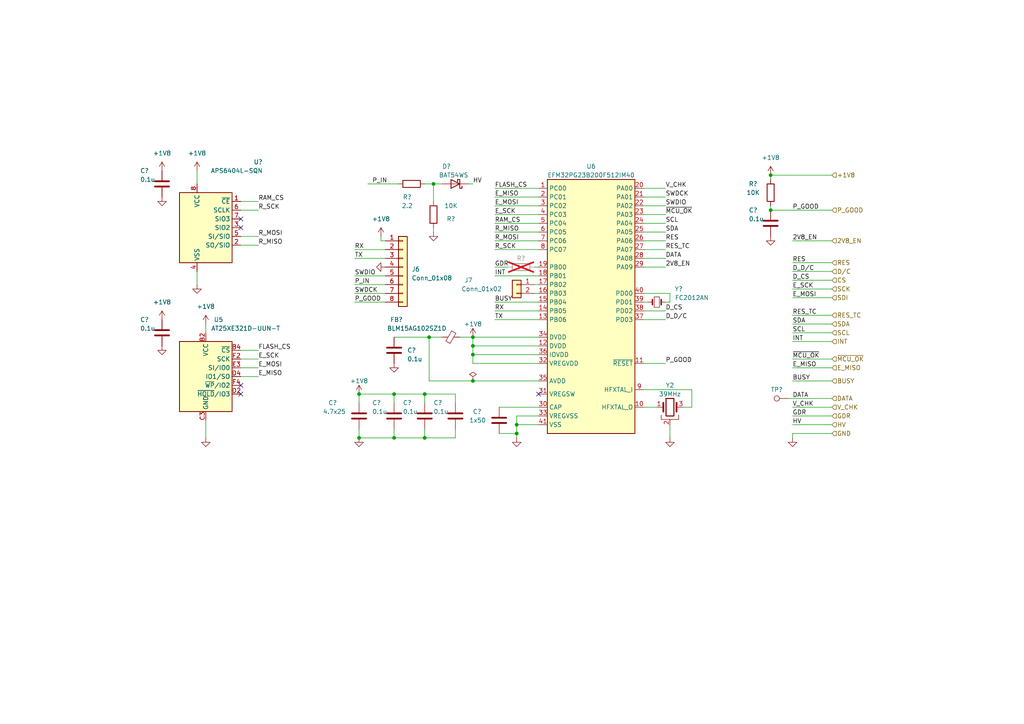
<source format=kicad_sch>
(kicad_sch (version 20230620) (generator eeschema)

  (uuid 3d0783e3-972a-401f-82fe-57ffa7cefd07)

  (paper "A4")

  (lib_symbols
    (symbol "Connector:TestPoint" (pin_numbers hide) (pin_names (offset 0.762) hide) (in_bom yes) (on_board yes)
      (property "Reference" "TP" (at 0 6.858 0)
        (effects (font (size 1.27 1.27)))
      )
      (property "Value" "TestPoint" (at 0 5.08 0)
        (effects (font (size 1.27 1.27)))
      )
      (property "Footprint" "" (at 5.08 0 0)
        (effects (font (size 1.27 1.27)) hide)
      )
      (property "Datasheet" "~" (at 5.08 0 0)
        (effects (font (size 1.27 1.27)) hide)
      )
      (property "Description" "test point" (at 0 0 0)
        (effects (font (size 1.27 1.27)) hide)
      )
      (property "ki_keywords" "test point tp" (at 0 0 0)
        (effects (font (size 1.27 1.27)) hide)
      )
      (property "ki_fp_filters" "Pin* Test*" (at 0 0 0)
        (effects (font (size 1.27 1.27)) hide)
      )
      (symbol "TestPoint_0_1"
        (circle (center 0 3.302) (radius 0.762)
          (stroke (width 0) (type default))
          (fill (type none))
        )
      )
      (symbol "TestPoint_1_1"
        (pin passive line (at 0 0 90) (length 2.54)
          (name "1" (effects (font (size 1.27 1.27))))
          (number "1" (effects (font (size 1.27 1.27))))
        )
      )
    )
    (symbol "Connector_Generic:Conn_01x02" (pin_names (offset 1.016) hide) (in_bom yes) (on_board yes)
      (property "Reference" "J" (at 0 2.54 0)
        (effects (font (size 1.27 1.27)))
      )
      (property "Value" "Conn_01x02" (at 0 -5.08 0)
        (effects (font (size 1.27 1.27)))
      )
      (property "Footprint" "" (at 0 0 0)
        (effects (font (size 1.27 1.27)) hide)
      )
      (property "Datasheet" "~" (at 0 0 0)
        (effects (font (size 1.27 1.27)) hide)
      )
      (property "Description" "Generic connector, single row, 01x02, script generated (kicad-library-utils/schlib/autogen/connector/)" (at 0 0 0)
        (effects (font (size 1.27 1.27)) hide)
      )
      (property "ki_keywords" "connector" (at 0 0 0)
        (effects (font (size 1.27 1.27)) hide)
      )
      (property "ki_fp_filters" "Connector*:*_1x??_*" (at 0 0 0)
        (effects (font (size 1.27 1.27)) hide)
      )
      (symbol "Conn_01x02_1_1"
        (rectangle (start -1.27 -2.413) (end 0 -2.667)
          (stroke (width 0.1524) (type default))
          (fill (type none))
        )
        (rectangle (start -1.27 0.127) (end 0 -0.127)
          (stroke (width 0.1524) (type default))
          (fill (type none))
        )
        (rectangle (start -1.27 1.27) (end 1.27 -3.81)
          (stroke (width 0.254) (type default))
          (fill (type background))
        )
        (pin passive line (at -5.08 0 0) (length 3.81)
          (name "Pin_1" (effects (font (size 1.27 1.27))))
          (number "1" (effects (font (size 1.27 1.27))))
        )
        (pin passive line (at -5.08 -2.54 0) (length 3.81)
          (name "Pin_2" (effects (font (size 1.27 1.27))))
          (number "2" (effects (font (size 1.27 1.27))))
        )
      )
    )
    (symbol "Connector_Generic:Conn_01x08" (pin_names (offset 1.016) hide) (in_bom yes) (on_board yes)
      (property "Reference" "J" (at 0 10.16 0)
        (effects (font (size 1.27 1.27)))
      )
      (property "Value" "Conn_01x08" (at 0 -12.7 0)
        (effects (font (size 1.27 1.27)))
      )
      (property "Footprint" "" (at 0 0 0)
        (effects (font (size 1.27 1.27)) hide)
      )
      (property "Datasheet" "~" (at 0 0 0)
        (effects (font (size 1.27 1.27)) hide)
      )
      (property "Description" "Generic connector, single row, 01x08, script generated (kicad-library-utils/schlib/autogen/connector/)" (at 0 0 0)
        (effects (font (size 1.27 1.27)) hide)
      )
      (property "ki_keywords" "connector" (at 0 0 0)
        (effects (font (size 1.27 1.27)) hide)
      )
      (property "ki_fp_filters" "Connector*:*_1x??_*" (at 0 0 0)
        (effects (font (size 1.27 1.27)) hide)
      )
      (symbol "Conn_01x08_1_1"
        (rectangle (start -1.27 -10.033) (end 0 -10.287)
          (stroke (width 0.1524) (type default))
          (fill (type none))
        )
        (rectangle (start -1.27 -7.493) (end 0 -7.747)
          (stroke (width 0.1524) (type default))
          (fill (type none))
        )
        (rectangle (start -1.27 -4.953) (end 0 -5.207)
          (stroke (width 0.1524) (type default))
          (fill (type none))
        )
        (rectangle (start -1.27 -2.413) (end 0 -2.667)
          (stroke (width 0.1524) (type default))
          (fill (type none))
        )
        (rectangle (start -1.27 0.127) (end 0 -0.127)
          (stroke (width 0.1524) (type default))
          (fill (type none))
        )
        (rectangle (start -1.27 2.667) (end 0 2.413)
          (stroke (width 0.1524) (type default))
          (fill (type none))
        )
        (rectangle (start -1.27 5.207) (end 0 4.953)
          (stroke (width 0.1524) (type default))
          (fill (type none))
        )
        (rectangle (start -1.27 7.747) (end 0 7.493)
          (stroke (width 0.1524) (type default))
          (fill (type none))
        )
        (rectangle (start -1.27 8.89) (end 1.27 -11.43)
          (stroke (width 0.254) (type default))
          (fill (type background))
        )
        (pin passive line (at -5.08 7.62 0) (length 3.81)
          (name "Pin_1" (effects (font (size 1.27 1.27))))
          (number "1" (effects (font (size 1.27 1.27))))
        )
        (pin passive line (at -5.08 5.08 0) (length 3.81)
          (name "Pin_2" (effects (font (size 1.27 1.27))))
          (number "2" (effects (font (size 1.27 1.27))))
        )
        (pin passive line (at -5.08 2.54 0) (length 3.81)
          (name "Pin_3" (effects (font (size 1.27 1.27))))
          (number "3" (effects (font (size 1.27 1.27))))
        )
        (pin passive line (at -5.08 0 0) (length 3.81)
          (name "Pin_4" (effects (font (size 1.27 1.27))))
          (number "4" (effects (font (size 1.27 1.27))))
        )
        (pin passive line (at -5.08 -2.54 0) (length 3.81)
          (name "Pin_5" (effects (font (size 1.27 1.27))))
          (number "5" (effects (font (size 1.27 1.27))))
        )
        (pin passive line (at -5.08 -5.08 0) (length 3.81)
          (name "Pin_6" (effects (font (size 1.27 1.27))))
          (number "6" (effects (font (size 1.27 1.27))))
        )
        (pin passive line (at -5.08 -7.62 0) (length 3.81)
          (name "Pin_7" (effects (font (size 1.27 1.27))))
          (number "7" (effects (font (size 1.27 1.27))))
        )
        (pin passive line (at -5.08 -10.16 0) (length 3.81)
          (name "Pin_8" (effects (font (size 1.27 1.27))))
          (number "8" (effects (font (size 1.27 1.27))))
        )
      )
    )
    (symbol "Device:C" (pin_numbers hide) (pin_names (offset 0.254)) (in_bom yes) (on_board yes)
      (property "Reference" "C" (at 0.635 2.54 0)
        (effects (font (size 1.27 1.27)) (justify left))
      )
      (property "Value" "C" (at 0.635 -2.54 0)
        (effects (font (size 1.27 1.27)) (justify left))
      )
      (property "Footprint" "" (at 0.9652 -3.81 0)
        (effects (font (size 1.27 1.27)) hide)
      )
      (property "Datasheet" "~" (at 0 0 0)
        (effects (font (size 1.27 1.27)) hide)
      )
      (property "Description" "Unpolarized capacitor" (at 0 0 0)
        (effects (font (size 1.27 1.27)) hide)
      )
      (property "ki_keywords" "cap capacitor" (at 0 0 0)
        (effects (font (size 1.27 1.27)) hide)
      )
      (property "ki_fp_filters" "C_*" (at 0 0 0)
        (effects (font (size 1.27 1.27)) hide)
      )
      (symbol "C_0_1"
        (polyline
          (pts
            (xy -2.032 -0.762)
            (xy 2.032 -0.762)
          )
          (stroke (width 0.508) (type default))
          (fill (type none))
        )
        (polyline
          (pts
            (xy -2.032 0.762)
            (xy 2.032 0.762)
          )
          (stroke (width 0.508) (type default))
          (fill (type none))
        )
      )
      (symbol "C_1_1"
        (pin passive line (at 0 3.81 270) (length 2.794)
          (name "~" (effects (font (size 1.27 1.27))))
          (number "1" (effects (font (size 1.27 1.27))))
        )
        (pin passive line (at 0 -3.81 90) (length 2.794)
          (name "~" (effects (font (size 1.27 1.27))))
          (number "2" (effects (font (size 1.27 1.27))))
        )
      )
    )
    (symbol "Device:Crystal_GND2" (pin_names (offset 1.016) hide) (in_bom yes) (on_board yes)
      (property "Reference" "Y" (at 0 5.715 0)
        (effects (font (size 1.27 1.27)))
      )
      (property "Value" "Crystal_GND2" (at 0 3.81 0)
        (effects (font (size 1.27 1.27)))
      )
      (property "Footprint" "" (at 0 0 0)
        (effects (font (size 1.27 1.27)) hide)
      )
      (property "Datasheet" "~" (at 0 0 0)
        (effects (font (size 1.27 1.27)) hide)
      )
      (property "Description" "Three pin crystal, GND on pin 2" (at 0 0 0)
        (effects (font (size 1.27 1.27)) hide)
      )
      (property "ki_keywords" "quartz ceramic resonator oscillator" (at 0 0 0)
        (effects (font (size 1.27 1.27)) hide)
      )
      (property "ki_fp_filters" "Crystal*" (at 0 0 0)
        (effects (font (size 1.27 1.27)) hide)
      )
      (symbol "Crystal_GND2_0_1"
        (rectangle (start -1.143 2.54) (end 1.143 -2.54)
          (stroke (width 0.3048) (type default))
          (fill (type none))
        )
        (polyline
          (pts
            (xy -2.54 0)
            (xy -1.905 0)
          )
          (stroke (width 0) (type default))
          (fill (type none))
        )
        (polyline
          (pts
            (xy -1.905 -1.27)
            (xy -1.905 1.27)
          )
          (stroke (width 0.508) (type default))
          (fill (type none))
        )
        (polyline
          (pts
            (xy 0 -3.81)
            (xy 0 -3.556)
          )
          (stroke (width 0) (type default))
          (fill (type none))
        )
        (polyline
          (pts
            (xy 1.905 0)
            (xy 2.54 0)
          )
          (stroke (width 0) (type default))
          (fill (type none))
        )
        (polyline
          (pts
            (xy 1.905 1.27)
            (xy 1.905 -1.27)
          )
          (stroke (width 0.508) (type default))
          (fill (type none))
        )
        (polyline
          (pts
            (xy -2.54 -2.286)
            (xy -2.54 -3.556)
            (xy 2.54 -3.556)
            (xy 2.54 -2.286)
          )
          (stroke (width 0) (type default))
          (fill (type none))
        )
      )
      (symbol "Crystal_GND2_1_1"
        (pin passive line (at -3.81 0 0) (length 1.27)
          (name "1" (effects (font (size 1.27 1.27))))
          (number "1" (effects (font (size 1.27 1.27))))
        )
        (pin passive line (at 0 -5.08 90) (length 1.27)
          (name "2" (effects (font (size 1.27 1.27))))
          (number "2" (effects (font (size 1.27 1.27))))
        )
        (pin passive line (at 3.81 0 180) (length 1.27)
          (name "3" (effects (font (size 1.27 1.27))))
          (number "3" (effects (font (size 1.27 1.27))))
        )
      )
    )
    (symbol "Device:Crystal_Small" (pin_numbers hide) (pin_names (offset 1.016) hide) (in_bom yes) (on_board yes)
      (property "Reference" "Y" (at 0 2.54 0)
        (effects (font (size 1.27 1.27)))
      )
      (property "Value" "Crystal_Small" (at 0 -2.54 0)
        (effects (font (size 1.27 1.27)))
      )
      (property "Footprint" "" (at 0 0 0)
        (effects (font (size 1.27 1.27)) hide)
      )
      (property "Datasheet" "~" (at 0 0 0)
        (effects (font (size 1.27 1.27)) hide)
      )
      (property "Description" "Two pin crystal, small symbol" (at 0 0 0)
        (effects (font (size 1.27 1.27)) hide)
      )
      (property "ki_keywords" "quartz ceramic resonator oscillator" (at 0 0 0)
        (effects (font (size 1.27 1.27)) hide)
      )
      (property "ki_fp_filters" "Crystal*" (at 0 0 0)
        (effects (font (size 1.27 1.27)) hide)
      )
      (symbol "Crystal_Small_0_1"
        (rectangle (start -0.762 -1.524) (end 0.762 1.524)
          (stroke (width 0) (type default))
          (fill (type none))
        )
        (polyline
          (pts
            (xy -1.27 -0.762)
            (xy -1.27 0.762)
          )
          (stroke (width 0.381) (type default))
          (fill (type none))
        )
        (polyline
          (pts
            (xy 1.27 -0.762)
            (xy 1.27 0.762)
          )
          (stroke (width 0.381) (type default))
          (fill (type none))
        )
      )
      (symbol "Crystal_Small_1_1"
        (pin passive line (at -2.54 0 0) (length 1.27)
          (name "1" (effects (font (size 1.27 1.27))))
          (number "1" (effects (font (size 1.27 1.27))))
        )
        (pin passive line (at 2.54 0 180) (length 1.27)
          (name "2" (effects (font (size 1.27 1.27))))
          (number "2" (effects (font (size 1.27 1.27))))
        )
      )
    )
    (symbol "Device:D_Schottky" (pin_numbers hide) (pin_names (offset 1.016) hide) (in_bom yes) (on_board yes)
      (property "Reference" "D" (at 0 2.54 0)
        (effects (font (size 1.27 1.27)))
      )
      (property "Value" "D_Schottky" (at 0 -2.54 0)
        (effects (font (size 1.27 1.27)))
      )
      (property "Footprint" "" (at 0 0 0)
        (effects (font (size 1.27 1.27)) hide)
      )
      (property "Datasheet" "~" (at 0 0 0)
        (effects (font (size 1.27 1.27)) hide)
      )
      (property "Description" "Schottky diode" (at 0 0 0)
        (effects (font (size 1.27 1.27)) hide)
      )
      (property "ki_keywords" "diode Schottky" (at 0 0 0)
        (effects (font (size 1.27 1.27)) hide)
      )
      (property "ki_fp_filters" "TO-???* *_Diode_* *SingleDiode* D_*" (at 0 0 0)
        (effects (font (size 1.27 1.27)) hide)
      )
      (symbol "D_Schottky_0_1"
        (polyline
          (pts
            (xy 1.27 0)
            (xy -1.27 0)
          )
          (stroke (width 0) (type default))
          (fill (type none))
        )
        (polyline
          (pts
            (xy 1.27 1.27)
            (xy 1.27 -1.27)
            (xy -1.27 0)
            (xy 1.27 1.27)
          )
          (stroke (width 0.254) (type default))
          (fill (type none))
        )
        (polyline
          (pts
            (xy -1.905 0.635)
            (xy -1.905 1.27)
            (xy -1.27 1.27)
            (xy -1.27 -1.27)
            (xy -0.635 -1.27)
            (xy -0.635 -0.635)
          )
          (stroke (width 0.254) (type default))
          (fill (type none))
        )
      )
      (symbol "D_Schottky_1_1"
        (pin passive line (at -3.81 0 0) (length 2.54)
          (name "K" (effects (font (size 1.27 1.27))))
          (number "1" (effects (font (size 1.27 1.27))))
        )
        (pin passive line (at 3.81 0 180) (length 2.54)
          (name "A" (effects (font (size 1.27 1.27))))
          (number "2" (effects (font (size 1.27 1.27))))
        )
      )
    )
    (symbol "Device:FerriteBead_Small" (pin_numbers hide) (pin_names (offset 0)) (in_bom yes) (on_board yes)
      (property "Reference" "FB" (at 1.905 1.27 0)
        (effects (font (size 1.27 1.27)) (justify left))
      )
      (property "Value" "FerriteBead_Small" (at 1.905 -1.27 0)
        (effects (font (size 1.27 1.27)) (justify left))
      )
      (property "Footprint" "" (at -1.778 0 90)
        (effects (font (size 1.27 1.27)) hide)
      )
      (property "Datasheet" "~" (at 0 0 0)
        (effects (font (size 1.27 1.27)) hide)
      )
      (property "Description" "Ferrite bead, small symbol" (at 0 0 0)
        (effects (font (size 1.27 1.27)) hide)
      )
      (property "ki_keywords" "L ferrite bead inductor filter" (at 0 0 0)
        (effects (font (size 1.27 1.27)) hide)
      )
      (property "ki_fp_filters" "Inductor_* L_* *Ferrite*" (at 0 0 0)
        (effects (font (size 1.27 1.27)) hide)
      )
      (symbol "FerriteBead_Small_0_1"
        (polyline
          (pts
            (xy 0 -1.27)
            (xy 0 -0.7874)
          )
          (stroke (width 0) (type default))
          (fill (type none))
        )
        (polyline
          (pts
            (xy 0 0.889)
            (xy 0 1.2954)
          )
          (stroke (width 0) (type default))
          (fill (type none))
        )
        (polyline
          (pts
            (xy -1.8288 0.2794)
            (xy -1.1176 1.4986)
            (xy 1.8288 -0.2032)
            (xy 1.1176 -1.4224)
            (xy -1.8288 0.2794)
          )
          (stroke (width 0) (type default))
          (fill (type none))
        )
      )
      (symbol "FerriteBead_Small_1_1"
        (pin passive line (at 0 2.54 270) (length 1.27)
          (name "~" (effects (font (size 1.27 1.27))))
          (number "1" (effects (font (size 1.27 1.27))))
        )
        (pin passive line (at 0 -2.54 90) (length 1.27)
          (name "~" (effects (font (size 1.27 1.27))))
          (number "2" (effects (font (size 1.27 1.27))))
        )
      )
    )
    (symbol "Device:R" (pin_numbers hide) (pin_names (offset 0)) (in_bom yes) (on_board yes)
      (property "Reference" "R" (at 2.032 0 90)
        (effects (font (size 1.27 1.27)))
      )
      (property "Value" "R" (at 0 0 90)
        (effects (font (size 1.27 1.27)))
      )
      (property "Footprint" "" (at -1.778 0 90)
        (effects (font (size 1.27 1.27)) hide)
      )
      (property "Datasheet" "~" (at 0 0 0)
        (effects (font (size 1.27 1.27)) hide)
      )
      (property "Description" "Resistor" (at 0 0 0)
        (effects (font (size 1.27 1.27)) hide)
      )
      (property "ki_keywords" "R res resistor" (at 0 0 0)
        (effects (font (size 1.27 1.27)) hide)
      )
      (property "ki_fp_filters" "R_*" (at 0 0 0)
        (effects (font (size 1.27 1.27)) hide)
      )
      (symbol "R_0_1"
        (rectangle (start -1.016 -2.54) (end 1.016 2.54)
          (stroke (width 0.254) (type default))
          (fill (type none))
        )
      )
      (symbol "R_1_1"
        (pin passive line (at 0 3.81 270) (length 1.27)
          (name "~" (effects (font (size 1.27 1.27))))
          (number "1" (effects (font (size 1.27 1.27))))
        )
        (pin passive line (at 0 -3.81 90) (length 1.27)
          (name "~" (effects (font (size 1.27 1.27))))
          (number "2" (effects (font (size 1.27 1.27))))
        )
      )
    )
    (symbol "Memory_RAM:ESP-PSRAM32" (in_bom yes) (on_board yes)
      (property "Reference" "U" (at 3.81 11.43 0)
        (effects (font (size 1.27 1.27)))
      )
      (property "Value" "ESP-PSRAM32" (at -1.27 -11.43 0)
        (effects (font (size 1.27 1.27)) (justify left))
      )
      (property "Footprint" "Package_SO:SOIC-8_3.9x4.9mm_P1.27mm" (at 0 -15.24 0)
        (effects (font (size 1.27 1.27)) hide)
      )
      (property "Datasheet" "https://www.espressif.com/sites/default/files/documentation/esp-psram32_datasheet_en.pdf" (at -10.16 12.7 0)
        (effects (font (size 1.27 1.27)) hide)
      )
      (property "Description" "32 Mbit serial pseudo SRAM device organized as 4Mx8 bits, 1.8 VCC, SOIC8 (SOP8)" (at 0 0 0)
        (effects (font (size 1.27 1.27)) hide)
      )
      (property "ki_keywords" "32 Mbit serial pseudo SRAM MEMORY" (at 0 0 0)
        (effects (font (size 1.27 1.27)) hide)
      )
      (property "ki_fp_filters" "SOIC*3.9x4.9mm?P1.27mm*" (at 0 0 0)
        (effects (font (size 1.27 1.27)) hide)
      )
      (symbol "ESP-PSRAM32_0_1"
        (rectangle (start -7.62 10.16) (end 7.62 -10.16)
          (stroke (width 0.254) (type default))
          (fill (type background))
        )
      )
      (symbol "ESP-PSRAM32_1_1"
        (pin input line (at 10.16 7.62 180) (length 2.54)
          (name "~{CE}" (effects (font (size 1.27 1.27))))
          (number "1" (effects (font (size 1.27 1.27))))
        )
        (pin output line (at 10.16 -5.08 180) (length 2.54)
          (name "SO/SIO" (effects (font (size 1.27 1.27))))
          (number "2" (effects (font (size 1.27 1.27))))
        )
        (pin bidirectional line (at 10.16 0 180) (length 2.54)
          (name "SIO2" (effects (font (size 1.27 1.27))))
          (number "3" (effects (font (size 1.27 1.27))))
        )
        (pin power_in line (at -2.54 -12.7 90) (length 2.54)
          (name "VSS" (effects (font (size 1.27 1.27))))
          (number "4" (effects (font (size 1.27 1.27))))
        )
        (pin input line (at 10.16 -2.54 180) (length 2.54)
          (name "SI/SIO" (effects (font (size 1.27 1.27))))
          (number "5" (effects (font (size 1.27 1.27))))
        )
        (pin output line (at 10.16 5.08 180) (length 2.54)
          (name "SCLK" (effects (font (size 1.27 1.27))))
          (number "6" (effects (font (size 1.27 1.27))))
        )
        (pin bidirectional line (at 10.16 2.54 180) (length 2.54)
          (name "SIO3" (effects (font (size 1.27 1.27))))
          (number "7" (effects (font (size 1.27 1.27))))
        )
        (pin power_in line (at -2.54 12.7 270) (length 2.54)
          (name "VCC" (effects (font (size 1.27 1.27))))
          (number "8" (effects (font (size 1.27 1.27))))
        )
      )
    )
    (symbol "MyLib:AT25SL321-U" (in_bom yes) (on_board yes)
      (property "Reference" "U" (at -5.08 11.43 0)
        (effects (font (size 1.27 1.27)))
      )
      (property "Value" "AT25XE321D-UUN-T" (at 13.97 11.43 0)
        (effects (font (size 1.27 1.27)))
      )
      (property "Footprint" "MyLib:WLCSP 12-ball 3 x 2 x 3 Array" (at 1.27 -22.86 0)
        (effects (font (size 1.27 1.27)) hide)
      )
      (property "Datasheet" "https://www.mouser.fi/datasheet/2/698/REN_DS_AT25XE321D_160M_072022_DST_20220727_1-3075861.pdf" (at 6.35 -19.05 0)
        (effects (font (size 1.27 1.27)) hide)
      )
      (property "Description" "32-Mbit, 1.7V 2.5V Minimum SPI Serial Flash Memory with Dual-I/O and Quad-I/O Support, WLCSP-12" (at 0 0 0)
        (effects (font (size 1.27 1.27)) hide)
      )
      (property "ki_keywords" "SPI DSPI QSPI 32Mbit 1.7V" (at 0 0 0)
        (effects (font (size 1.27 1.27)) hide)
      )
      (property "ki_fp_filters" "WLCSP*1.551x2.284mm*P0.5mm*" (at 0 0 0)
        (effects (font (size 1.27 1.27)) hide)
      )
      (symbol "AT25SL321-U_0_1"
        (rectangle (start -7.62 10.16) (end 7.62 -10.16)
          (stroke (width 0.254) (type default))
          (fill (type background))
        )
      )
      (symbol "AT25SL321-U_1_1"
        (pin power_in line (at 0 12.7 270) (length 2.54)
          (name "VCC" (effects (font (size 1.27 1.27))))
          (number "B2" (effects (font (size 1.27 1.27))))
        )
        (pin input line (at -10.16 7.62 0) (length 2.54)
          (name "~{CS}" (effects (font (size 1.27 1.27))))
          (number "B4" (effects (font (size 1.27 1.27))))
        )
        (pin power_in line (at 0 -12.7 90) (length 2.54)
          (name "GND" (effects (font (size 1.27 1.27))))
          (number "C3" (effects (font (size 1.27 1.27))))
        )
        (pin bidirectional line (at -10.16 -5.08 0) (length 2.54)
          (name "~{HOLD}/IO3" (effects (font (size 1.27 1.27))))
          (number "D2" (effects (font (size 1.27 1.27))))
        )
        (pin bidirectional line (at -10.16 0 0) (length 2.54)
          (name "IO1/SO" (effects (font (size 1.27 1.27))))
          (number "D4" (effects (font (size 1.27 1.27))))
        )
        (pin bidirectional line (at -10.16 2.54 0) (length 2.54)
          (name "SI/IO0" (effects (font (size 1.27 1.27))))
          (number "E3" (effects (font (size 1.27 1.27))))
        )
        (pin input line (at -10.16 5.08 0) (length 2.54)
          (name "SCK" (effects (font (size 1.27 1.27))))
          (number "F2" (effects (font (size 1.27 1.27))))
        )
        (pin bidirectional line (at -10.16 -2.54 0) (length 2.54)
          (name "~{WP}/IO2" (effects (font (size 1.27 1.27))))
          (number "F4" (effects (font (size 1.27 1.27))))
        )
      )
    )
    (symbol "MyLib:EFM32PG23B200F512IM40" (in_bom yes) (on_board yes)
      (property "Reference" "U" (at 25.4 5.08 0)
        (effects (font (size 1.27 1.27)))
      )
      (property "Value" "EFM32PG23B200F512IM40" (at 35.56 2.54 0)
        (effects (font (size 1.27 1.27)))
      )
      (property "Footprint" "MyLib:QFN-40_EP_5x5_Pitch0.4mm" (at 0 5.08 0)
        (effects (font (size 1.27 1.27)) hide)
      )
      (property "Datasheet" "" (at 0 5.08 0)
        (effects (font (size 1.27 1.27)) hide)
      )
      (property "Description" "MCU EFM32 PG23 32-bit MCU, 32-bit ARM Cortex -M33 core, QFN40, Extended Secure Boot w/ RTSL, 512kB, 64kB(RAM), 29GPIO " (at 0 0 0)
        (effects (font (size 1.27 1.27)) hide)
      )
      (property "ki_keywords" "EFM32" (at 0 0 0)
        (effects (font (size 1.27 1.27)) hide)
      )
      (symbol "EFM32PG23B200F512IM40_0_1"
        (rectangle (start 22.86 0) (end 48.26 -73.66)
          (stroke (width 0.254) (type default))
          (fill (type background))
        )
      )
      (symbol "EFM32PG23B200F512IM40_1_0"
        (pin bidirectional line (at 50.8 -25.4 180) (length 2.54)
          (name "PA09" (effects (font (size 1.27 1.27))))
          (number "29" (effects (font (size 1.27 1.27))))
        )
        (pin bidirectional line (at 20.32 -7.62 0) (length 2.54)
          (name "PC02" (effects (font (size 1.27 1.27))))
          (number "3" (effects (font (size 1.27 1.27))))
        )
      )
      (symbol "EFM32PG23B200F512IM40_1_1"
        (pin bidirectional line (at 20.32 -2.54 0) (length 2.54)
          (name "PC00" (effects (font (size 1.27 1.27))))
          (number "1" (effects (font (size 1.27 1.27))))
        )
        (pin bidirectional line (at 50.8 -66.04 180) (length 2.54)
          (name "HFXTAL_O" (effects (font (size 1.27 1.27))))
          (number "10" (effects (font (size 1.27 1.27))))
        )
        (pin input line (at 50.8 -53.34 180) (length 2.54)
          (name "~{RESET}" (effects (font (size 1.27 1.27))))
          (number "11" (effects (font (size 1.27 1.27))))
        )
        (pin power_in line (at 20.32 -48.26 0) (length 2.54)
          (name "DVDD" (effects (font (size 1.27 1.27))))
          (number "12" (effects (font (size 1.27 1.27))))
        )
        (pin bidirectional line (at 20.32 -40.64 0) (length 2.54)
          (name "PB06" (effects (font (size 1.27 1.27))))
          (number "13" (effects (font (size 1.27 1.27))))
        )
        (pin bidirectional line (at 20.32 -38.1 0) (length 2.54)
          (name "PB05" (effects (font (size 1.27 1.27))))
          (number "14" (effects (font (size 1.27 1.27))))
        )
        (pin bidirectional line (at 20.32 -35.56 0) (length 2.54)
          (name "PB04" (effects (font (size 1.27 1.27))))
          (number "15" (effects (font (size 1.27 1.27))))
        )
        (pin bidirectional line (at 20.32 -33.02 0) (length 2.54)
          (name "PB03" (effects (font (size 1.27 1.27))))
          (number "16" (effects (font (size 1.27 1.27))))
        )
        (pin bidirectional line (at 20.32 -30.48 0) (length 2.54)
          (name "PB02" (effects (font (size 1.27 1.27))))
          (number "17" (effects (font (size 1.27 1.27))))
        )
        (pin bidirectional line (at 20.32 -27.94 0) (length 2.54)
          (name "PB01" (effects (font (size 1.27 1.27))))
          (number "18" (effects (font (size 1.27 1.27))))
        )
        (pin bidirectional line (at 20.32 -25.4 0) (length 2.54)
          (name "PB00" (effects (font (size 1.27 1.27))))
          (number "19" (effects (font (size 1.27 1.27))))
        )
        (pin bidirectional line (at 20.32 -5.08 0) (length 2.54)
          (name "PC01" (effects (font (size 1.27 1.27))))
          (number "2" (effects (font (size 1.27 1.27))))
        )
        (pin bidirectional line (at 50.8 -2.54 180) (length 2.54)
          (name "PA00" (effects (font (size 1.27 1.27))))
          (number "20" (effects (font (size 1.27 1.27))))
        )
        (pin bidirectional line (at 50.8 -5.08 180) (length 2.54)
          (name "PA01" (effects (font (size 1.27 1.27))))
          (number "21" (effects (font (size 1.27 1.27))))
        )
        (pin bidirectional line (at 50.8 -7.62 180) (length 2.54)
          (name "PA02" (effects (font (size 1.27 1.27))))
          (number "22" (effects (font (size 1.27 1.27))))
        )
        (pin bidirectional line (at 50.8 -10.16 180) (length 2.54)
          (name "PA03" (effects (font (size 1.27 1.27))))
          (number "23" (effects (font (size 1.27 1.27))))
        )
        (pin bidirectional line (at 50.8 -12.7 180) (length 2.54)
          (name "PA04" (effects (font (size 1.27 1.27))))
          (number "24" (effects (font (size 1.27 1.27))))
        )
        (pin bidirectional line (at 50.8 -15.24 180) (length 2.54)
          (name "PA05" (effects (font (size 1.27 1.27))))
          (number "25" (effects (font (size 1.27 1.27))))
        )
        (pin bidirectional line (at 50.8 -17.78 180) (length 2.54)
          (name "PA06" (effects (font (size 1.27 1.27))))
          (number "26" (effects (font (size 1.27 1.27))))
        )
        (pin bidirectional line (at 50.8 -20.32 180) (length 2.54)
          (name "PA07" (effects (font (size 1.27 1.27))))
          (number "27" (effects (font (size 1.27 1.27))))
        )
        (pin bidirectional line (at 50.8 -22.86 180) (length 2.54)
          (name "PA08" (effects (font (size 1.27 1.27))))
          (number "28" (effects (font (size 1.27 1.27))))
        )
        (pin power_out line (at 20.32 -66.04 0) (length 2.54)
          (name "CAP" (effects (font (size 1.27 1.27))))
          (number "30" (effects (font (size 1.27 1.27))))
        )
        (pin power_in line (at 20.32 -62.23 0) (length 2.54)
          (name "VREGSW" (effects (font (size 1.27 1.27))))
          (number "31" (effects (font (size 1.27 1.27))))
        )
        (pin power_in line (at 20.32 -53.34 0) (length 2.54)
          (name "VREGVDD" (effects (font (size 1.27 1.27))))
          (number "32" (effects (font (size 1.27 1.27))))
        )
        (pin power_in line (at 20.32 -68.58 0) (length 2.54)
          (name "VREGVSS" (effects (font (size 1.27 1.27))))
          (number "33" (effects (font (size 1.27 1.27))))
        )
        (pin power_in line (at 20.32 -45.72 0) (length 2.54)
          (name "DVDD" (effects (font (size 1.27 1.27))))
          (number "34" (effects (font (size 1.27 1.27))))
        )
        (pin power_in line (at 20.32 -58.42 0) (length 2.54)
          (name "AVDD" (effects (font (size 1.27 1.27))))
          (number "35" (effects (font (size 1.27 1.27))))
        )
        (pin power_in line (at 20.32 -50.8 0) (length 2.54)
          (name "IOVDD" (effects (font (size 1.27 1.27))))
          (number "36" (effects (font (size 1.27 1.27))))
        )
        (pin bidirectional line (at 50.8 -40.64 180) (length 2.54)
          (name "PD03" (effects (font (size 1.27 1.27))))
          (number "37" (effects (font (size 1.27 1.27))))
        )
        (pin bidirectional line (at 50.8 -38.1 180) (length 2.54)
          (name "PD02" (effects (font (size 1.27 1.27))))
          (number "38" (effects (font (size 1.27 1.27))))
        )
        (pin bidirectional line (at 50.8 -35.56 180) (length 2.54)
          (name "PD01" (effects (font (size 1.27 1.27))))
          (number "39" (effects (font (size 1.27 1.27))))
        )
        (pin bidirectional line (at 20.32 -10.16 0) (length 2.54)
          (name "PC03" (effects (font (size 1.27 1.27))))
          (number "4" (effects (font (size 1.27 1.27))))
        )
        (pin bidirectional line (at 50.8 -33.02 180) (length 2.54)
          (name "PD00" (effects (font (size 1.27 1.27))))
          (number "40" (effects (font (size 1.27 1.27))))
        )
        (pin power_in line (at 20.32 -71.12 0) (length 2.54)
          (name "VSS" (effects (font (size 1.27 1.27))))
          (number "41" (effects (font (size 1.27 1.27))))
        )
        (pin bidirectional line (at 20.32 -12.7 0) (length 2.54)
          (name "PC04" (effects (font (size 1.27 1.27))))
          (number "5" (effects (font (size 1.27 1.27))))
        )
        (pin bidirectional line (at 20.32 -15.24 0) (length 2.54)
          (name "PC05" (effects (font (size 1.27 1.27))))
          (number "6" (effects (font (size 1.27 1.27))))
        )
        (pin bidirectional line (at 20.32 -17.78 0) (length 2.54)
          (name "PC06" (effects (font (size 1.27 1.27))))
          (number "7" (effects (font (size 1.27 1.27))))
        )
        (pin bidirectional line (at 20.32 -20.32 0) (length 2.54)
          (name "PC07" (effects (font (size 1.27 1.27))))
          (number "8" (effects (font (size 1.27 1.27))))
        )
        (pin bidirectional line (at 50.8 -60.96 180) (length 2.54)
          (name "HFXTAL_I" (effects (font (size 1.27 1.27))))
          (number "9" (effects (font (size 1.27 1.27))))
        )
      )
    )
    (symbol "power:+1V8" (power) (pin_names (offset 0)) (in_bom yes) (on_board yes)
      (property "Reference" "#PWR" (at 0 -3.81 0)
        (effects (font (size 1.27 1.27)) hide)
      )
      (property "Value" "+1V8" (at 0 3.556 0)
        (effects (font (size 1.27 1.27)))
      )
      (property "Footprint" "" (at 0 0 0)
        (effects (font (size 1.27 1.27)) hide)
      )
      (property "Datasheet" "" (at 0 0 0)
        (effects (font (size 1.27 1.27)) hide)
      )
      (property "Description" "Power symbol creates a global label with name \"+1V8\"" (at 0 0 0)
        (effects (font (size 1.27 1.27)) hide)
      )
      (property "ki_keywords" "power-flag" (at 0 0 0)
        (effects (font (size 1.27 1.27)) hide)
      )
      (symbol "+1V8_0_1"
        (polyline
          (pts
            (xy -0.762 1.27)
            (xy 0 2.54)
          )
          (stroke (width 0) (type default))
          (fill (type none))
        )
        (polyline
          (pts
            (xy 0 0)
            (xy 0 2.54)
          )
          (stroke (width 0) (type default))
          (fill (type none))
        )
        (polyline
          (pts
            (xy 0 2.54)
            (xy 0.762 1.27)
          )
          (stroke (width 0) (type default))
          (fill (type none))
        )
      )
      (symbol "+1V8_1_1"
        (pin power_in line (at 0 0 90) (length 0) hide
          (name "+1V8" (effects (font (size 1.27 1.27))))
          (number "1" (effects (font (size 1.27 1.27))))
        )
      )
    )
    (symbol "power:GND" (power) (pin_names (offset 0)) (in_bom yes) (on_board yes)
      (property "Reference" "#PWR" (at 0 -6.35 0)
        (effects (font (size 1.27 1.27)) hide)
      )
      (property "Value" "GND" (at 0 -3.81 0)
        (effects (font (size 1.27 1.27)))
      )
      (property "Footprint" "" (at 0 0 0)
        (effects (font (size 1.27 1.27)) hide)
      )
      (property "Datasheet" "" (at 0 0 0)
        (effects (font (size 1.27 1.27)) hide)
      )
      (property "Description" "Power symbol creates a global label with name \"GND\" , ground" (at 0 0 0)
        (effects (font (size 1.27 1.27)) hide)
      )
      (property "ki_keywords" "power-flag" (at 0 0 0)
        (effects (font (size 1.27 1.27)) hide)
      )
      (symbol "GND_0_1"
        (polyline
          (pts
            (xy 0 0)
            (xy 0 -1.27)
            (xy 1.27 -1.27)
            (xy 0 -2.54)
            (xy -1.27 -1.27)
            (xy 0 -1.27)
          )
          (stroke (width 0) (type default))
          (fill (type none))
        )
      )
      (symbol "GND_1_1"
        (pin power_in line (at 0 0 270) (length 0) hide
          (name "GND" (effects (font (size 1.27 1.27))))
          (number "1" (effects (font (size 1.27 1.27))))
        )
      )
    )
    (symbol "power:PWR_FLAG" (power) (pin_numbers hide) (pin_names (offset 0) hide) (in_bom yes) (on_board yes)
      (property "Reference" "#FLG" (at 0 1.905 0)
        (effects (font (size 1.27 1.27)) hide)
      )
      (property "Value" "PWR_FLAG" (at 0 3.81 0)
        (effects (font (size 1.27 1.27)))
      )
      (property "Footprint" "" (at 0 0 0)
        (effects (font (size 1.27 1.27)) hide)
      )
      (property "Datasheet" "~" (at 0 0 0)
        (effects (font (size 1.27 1.27)) hide)
      )
      (property "Description" "Special symbol for telling ERC where power comes from" (at 0 0 0)
        (effects (font (size 1.27 1.27)) hide)
      )
      (property "ki_keywords" "flag power" (at 0 0 0)
        (effects (font (size 1.27 1.27)) hide)
      )
      (symbol "PWR_FLAG_0_0"
        (pin power_out line (at 0 0 90) (length 0)
          (name "pwr" (effects (font (size 1.27 1.27))))
          (number "1" (effects (font (size 1.27 1.27))))
        )
      )
      (symbol "PWR_FLAG_0_1"
        (polyline
          (pts
            (xy 0 0)
            (xy 0 1.27)
            (xy -1.016 1.905)
            (xy 0 2.54)
            (xy 1.016 1.905)
            (xy 0 1.27)
          )
          (stroke (width 0) (type default))
          (fill (type none))
        )
      )
    )
  )

  (junction (at 114.3 127) (diameter 0) (color 0 0 0 0)
    (uuid 2341640c-5e5e-45c9-9a20-9a28b691704b)
  )
  (junction (at 137.16 110.49) (diameter 0) (color 0 0 0 0)
    (uuid 2b524325-44be-4fe9-98f9-4b5296e47c51)
  )
  (junction (at 125.73 53.34) (diameter 0) (color 0 0 0 0)
    (uuid 4ea640ee-0dc7-4fd4-ae6d-6204cf37691f)
  )
  (junction (at 223.52 50.8) (diameter 0) (color 0 0 0 0)
    (uuid 7a4902cf-06ca-41bf-bca8-82bba2b323ea)
  )
  (junction (at 104.14 114.3) (diameter 0) (color 0 0 0 0)
    (uuid 7b85e525-05a2-41f6-ac3f-4738b2da113e)
  )
  (junction (at 137.16 100.33) (diameter 0) (color 0 0 0 0)
    (uuid a0cf6827-72a9-44e9-890c-358ca2aab524)
  )
  (junction (at 123.19 127) (diameter 0) (color 0 0 0 0)
    (uuid a708da6c-3a34-43a8-af36-926f61c757fe)
  )
  (junction (at 137.16 102.87) (diameter 0) (color 0 0 0 0)
    (uuid b1a1a65d-a656-4811-a6d6-e0697955f8b3)
  )
  (junction (at 123.19 114.3) (diameter 0) (color 0 0 0 0)
    (uuid b3dedd38-a2c6-4d4f-aa37-13512c1af61a)
  )
  (junction (at 223.52 60.96) (diameter 0) (color 0 0 0 0)
    (uuid c22075d0-ad67-4aff-a392-382585edbcf2)
  )
  (junction (at 149.86 123.19) (diameter 0) (color 0 0 0 0)
    (uuid d5fce1a0-ea43-4045-90e2-2cbaf147c34d)
  )
  (junction (at 114.3 114.3) (diameter 0) (color 0 0 0 0)
    (uuid e3077052-d118-47d8-8550-79292850a0c6)
  )
  (junction (at 137.16 97.79) (diameter 0) (color 0 0 0 0)
    (uuid ed633263-1668-40b0-a2a0-de71066bb61c)
  )
  (junction (at 149.86 125.73) (diameter 0) (color 0 0 0 0)
    (uuid f1392ebb-0865-4e7f-9c1c-b3ac726b92bd)
  )
  (junction (at 104.14 127) (diameter 0) (color 0 0 0 0)
    (uuid f324b19b-adac-4abf-bdc5-0e788ea33357)
  )
  (junction (at 124.46 97.79) (diameter 0) (color 0 0 0 0)
    (uuid f8b23160-d25e-4e89-991f-dbcc14232d75)
  )

  (no_connect (at 156.21 114.3) (uuid 1da24da9-b226-41ac-8de8-73715c1dff47))
  (no_connect (at 69.85 114.3) (uuid 53117b57-d73b-4483-8989-87c879f9e033))
  (no_connect (at 69.85 111.76) (uuid 956b830c-2c83-45ca-9ab1-560a79d8d1f3))
  (no_connect (at 69.85 66.04) (uuid e228724b-8f9a-45b2-99b6-778b67a8a3f7))
  (no_connect (at 69.85 63.5) (uuid ee85b6be-58ed-4b78-981e-a1ba47f6d497))

  (wire (pts (xy 223.52 60.96) (xy 223.52 59.69))
    (stroke (width 0) (type default))
    (uuid 01b79571-cf1a-4636-9564-6982e4cb2117)
  )
  (wire (pts (xy 143.51 69.85) (xy 156.21 69.85))
    (stroke (width 0) (type default))
    (uuid 02af8693-f825-441d-b238-7eda9a08a47d)
  )
  (wire (pts (xy 137.16 110.49) (xy 156.21 110.49))
    (stroke (width 0) (type default))
    (uuid 03209278-1621-455d-8f2c-f417f21f9bd6)
  )
  (wire (pts (xy 110.49 68.58) (xy 110.49 69.85))
    (stroke (width 0) (type default))
    (uuid 046ebbbe-b476-4340-a3d3-172faf7fe58e)
  )
  (wire (pts (xy 229.87 81.28) (xy 241.3 81.28))
    (stroke (width 0) (type default))
    (uuid 0481e3ca-dd36-40ae-9d82-44141175e5e1)
  )
  (wire (pts (xy 193.04 92.71) (xy 186.69 92.71))
    (stroke (width 0) (type default))
    (uuid 04aaf59b-8982-47f5-92fe-88f67672408d)
  )
  (wire (pts (xy 132.08 114.3) (xy 123.19 114.3))
    (stroke (width 0) (type default))
    (uuid 0f6393cf-e83b-4179-aa23-c4aa5994855b)
  )
  (wire (pts (xy 229.87 104.14) (xy 241.3 104.14))
    (stroke (width 0) (type default))
    (uuid 128c1f3e-8a69-4e73-88b3-758d8e4dd1e5)
  )
  (wire (pts (xy 200.66 113.03) (xy 200.66 118.11))
    (stroke (width 0) (type default))
    (uuid 12910285-b29f-4b50-aa98-96d411daee6a)
  )
  (wire (pts (xy 143.51 67.31) (xy 156.21 67.31))
    (stroke (width 0) (type default))
    (uuid 19cc1d3f-517d-4075-b86a-f10dbe307b90)
  )
  (wire (pts (xy 137.16 102.87) (xy 137.16 100.33))
    (stroke (width 0) (type default))
    (uuid 1ac353c2-0ee2-4eea-acc3-9de76b87525d)
  )
  (wire (pts (xy 123.19 116.84) (xy 123.19 114.3))
    (stroke (width 0) (type default))
    (uuid 1f27dbb5-e16f-4428-94df-c710b22b7abc)
  )
  (wire (pts (xy 69.85 106.68) (xy 74.93 106.68))
    (stroke (width 0) (type default))
    (uuid 25a81532-8f5d-4033-a0e4-d54590440781)
  )
  (wire (pts (xy 193.04 57.15) (xy 186.69 57.15))
    (stroke (width 0) (type default))
    (uuid 26508c7d-31ee-4a20-86fa-3e6dc4b61b68)
  )
  (wire (pts (xy 149.86 120.65) (xy 149.86 123.19))
    (stroke (width 0) (type default))
    (uuid 26dd8dfd-23b2-418e-b832-06b4403a875c)
  )
  (wire (pts (xy 102.87 72.39) (xy 111.76 72.39))
    (stroke (width 0) (type default))
    (uuid 28886893-593b-4b1b-bba1-cadf51e629f6)
  )
  (wire (pts (xy 124.46 97.79) (xy 128.27 97.79))
    (stroke (width 0) (type default))
    (uuid 2b6c083b-da65-4549-9a78-0236e058a370)
  )
  (wire (pts (xy 229.87 96.52) (xy 241.3 96.52))
    (stroke (width 0) (type default))
    (uuid 2b6d768b-9efd-4005-a6f6-34bcbc6bf6a6)
  )
  (wire (pts (xy 223.52 52.07) (xy 223.52 50.8))
    (stroke (width 0) (type default))
    (uuid 2d68ee46-84b0-4491-a8fa-c673c7b93a88)
  )
  (wire (pts (xy 102.87 87.63) (xy 111.76 87.63))
    (stroke (width 0) (type default))
    (uuid 2ec0e5a3-8fdb-4a60-bc27-8f7a9cd17f16)
  )
  (wire (pts (xy 143.51 80.01) (xy 156.21 80.01))
    (stroke (width 0) (type default))
    (uuid 2f39ae36-a597-4246-8dec-c961b8b06307)
  )
  (wire (pts (xy 229.87 78.74) (xy 241.3 78.74))
    (stroke (width 0) (type default))
    (uuid 2f7ba3da-72c6-44e2-9461-d4b672e37bb6)
  )
  (wire (pts (xy 186.69 113.03) (xy 200.66 113.03))
    (stroke (width 0) (type default))
    (uuid 3105cbae-a08d-4fad-a2c4-8c693911f3dc)
  )
  (wire (pts (xy 223.52 50.8) (xy 241.3 50.8))
    (stroke (width 0) (type default))
    (uuid 328a4b57-44c5-4d3d-ba91-3138c03712c0)
  )
  (wire (pts (xy 143.51 57.15) (xy 156.21 57.15))
    (stroke (width 0) (type default))
    (uuid 328f37b9-dcc7-47c5-a0c2-6cd141bb8570)
  )
  (wire (pts (xy 223.52 60.96) (xy 241.3 60.96))
    (stroke (width 0) (type default))
    (uuid 34c43cfd-24a5-429d-bc6e-d7f0498499f3)
  )
  (wire (pts (xy 133.35 97.79) (xy 137.16 97.79))
    (stroke (width 0) (type default))
    (uuid 3a93c5a4-7813-4025-8c01-04d31d07cc8f)
  )
  (wire (pts (xy 128.27 53.34) (xy 125.73 53.34))
    (stroke (width 0) (type default))
    (uuid 3bd2d639-659c-4c0e-8dd2-a2c8df1a66cb)
  )
  (wire (pts (xy 229.87 86.36) (xy 241.3 86.36))
    (stroke (width 0) (type default))
    (uuid 3d55e988-9e63-4ef3-ae63-ce6835dfea46)
  )
  (wire (pts (xy 123.19 127) (xy 132.08 127))
    (stroke (width 0) (type default))
    (uuid 3e6f7549-2060-4bd2-8b2f-a81bc7d13636)
  )
  (wire (pts (xy 149.86 123.19) (xy 149.86 125.73))
    (stroke (width 0) (type default))
    (uuid 3ebe002c-74f3-4f71-b935-fd13e4e475f9)
  )
  (wire (pts (xy 132.08 127) (xy 132.08 124.46))
    (stroke (width 0) (type default))
    (uuid 3ed0d4ec-0d20-4080-a1b9-e83617195eda)
  )
  (wire (pts (xy 154.94 82.55) (xy 156.21 82.55))
    (stroke (width 0) (type default))
    (uuid 3f8be7e7-8487-473a-9b03-d1cd7b5649d8)
  )
  (wire (pts (xy 114.3 114.3) (xy 114.3 116.84))
    (stroke (width 0) (type default))
    (uuid 3fef5010-cd4b-4fd6-8ea5-6ea1900bde1d)
  )
  (wire (pts (xy 137.16 97.79) (xy 137.16 100.33))
    (stroke (width 0) (type default))
    (uuid 412b1c84-72db-4b03-9277-5e3673bd673e)
  )
  (wire (pts (xy 149.86 123.19) (xy 156.21 123.19))
    (stroke (width 0) (type default))
    (uuid 428b4e26-9fe1-40a8-bd77-f5a6f9288038)
  )
  (wire (pts (xy 106.68 53.34) (xy 115.57 53.34))
    (stroke (width 0) (type default))
    (uuid 47f8e0e0-bc8c-4bb3-87c4-caaf888f7370)
  )
  (wire (pts (xy 137.16 102.87) (xy 137.16 105.41))
    (stroke (width 0) (type default))
    (uuid 484f4a4f-0de9-4286-b0c4-8c5c468d1d3f)
  )
  (wire (pts (xy 59.69 121.92) (xy 59.69 127))
    (stroke (width 0) (type default))
    (uuid 492f3f15-fd1c-4ae8-8e0b-fe6247005fc2)
  )
  (wire (pts (xy 229.87 76.2) (xy 241.3 76.2))
    (stroke (width 0) (type default))
    (uuid 49e658c5-ddca-490a-b1bc-d32a7b505493)
  )
  (wire (pts (xy 229.87 118.11) (xy 241.3 118.11))
    (stroke (width 0) (type default))
    (uuid 4b0c397a-e98f-4e3d-a54b-44865f6bbebe)
  )
  (wire (pts (xy 144.78 118.11) (xy 156.21 118.11))
    (stroke (width 0) (type default))
    (uuid 4c4d4460-d421-4391-91d1-e3c42b3e3bfd)
  )
  (wire (pts (xy 125.73 66.04) (xy 125.73 67.31))
    (stroke (width 0) (type default))
    (uuid 4d0f6665-75a4-4c80-965c-7fe02e3921c3)
  )
  (wire (pts (xy 154.94 85.09) (xy 156.21 85.09))
    (stroke (width 0) (type default))
    (uuid 4fd6d775-3c5b-4f6d-b4f4-5ef0e77aa640)
  )
  (wire (pts (xy 114.3 127) (xy 123.19 127))
    (stroke (width 0) (type default))
    (uuid 51f61123-e6d0-4c06-aea6-e3345a9e8826)
  )
  (wire (pts (xy 193.04 59.69) (xy 186.69 59.69))
    (stroke (width 0) (type default))
    (uuid 5770c467-bc6a-47c1-947d-b5361b776c8b)
  )
  (wire (pts (xy 137.16 105.41) (xy 156.21 105.41))
    (stroke (width 0) (type default))
    (uuid 5e2827fb-0aa8-471e-b20b-3bfcc0974d3e)
  )
  (wire (pts (xy 102.87 80.01) (xy 111.76 80.01))
    (stroke (width 0) (type default))
    (uuid 6051bd60-b440-416e-a6c1-6c608422e7f1)
  )
  (wire (pts (xy 186.69 87.63) (xy 187.96 87.63))
    (stroke (width 0) (type default))
    (uuid 64989198-712b-403a-9334-2d2ddbf06c04)
  )
  (wire (pts (xy 229.87 110.49) (xy 241.3 110.49))
    (stroke (width 0) (type default))
    (uuid 692e2fd6-8fe2-4830-8424-5ea487caea39)
  )
  (wire (pts (xy 123.19 114.3) (xy 114.3 114.3))
    (stroke (width 0) (type default))
    (uuid 6a3d2375-868d-4d72-940f-ea3e1e68f538)
  )
  (wire (pts (xy 123.19 124.46) (xy 123.19 127))
    (stroke (width 0) (type default))
    (uuid 6bd28091-23a9-48ad-9075-91c9ddd8eaa0)
  )
  (wire (pts (xy 156.21 120.65) (xy 149.86 120.65))
    (stroke (width 0) (type default))
    (uuid 6fb2c59e-ee8b-45e4-adcf-062a68209f15)
  )
  (wire (pts (xy 143.51 54.61) (xy 156.21 54.61))
    (stroke (width 0) (type default))
    (uuid 72b86588-fe37-4f29-aa41-15d184eb92e3)
  )
  (wire (pts (xy 143.51 64.77) (xy 156.21 64.77))
    (stroke (width 0) (type default))
    (uuid 76fb5aca-24d6-4201-91ff-df7a361f0f0a)
  )
  (wire (pts (xy 186.69 118.11) (xy 190.5 118.11))
    (stroke (width 0) (type default))
    (uuid 7722a82b-75e7-40b2-b959-bce0cec8e0b9)
  )
  (wire (pts (xy 114.3 97.79) (xy 124.46 97.79))
    (stroke (width 0) (type default))
    (uuid 7867b42e-6c3e-4848-ae1f-23d4552fd156)
  )
  (wire (pts (xy 154.94 77.47) (xy 156.21 77.47))
    (stroke (width 0) (type default))
    (uuid 78bed024-7002-4124-a02f-edf6218671e9)
  )
  (wire (pts (xy 124.46 97.79) (xy 124.46 110.49))
    (stroke (width 0) (type default))
    (uuid 7982b4a7-4c83-4156-8375-a4b31be72b9b)
  )
  (wire (pts (xy 186.69 85.09) (xy 194.31 85.09))
    (stroke (width 0) (type default))
    (uuid 7a4ce528-0c66-491d-af5d-198f7226e04c)
  )
  (wire (pts (xy 193.04 67.31) (xy 186.69 67.31))
    (stroke (width 0) (type default))
    (uuid 7b2827c3-c2fa-4986-871a-7d6a87a9d910)
  )
  (wire (pts (xy 124.46 110.49) (xy 137.16 110.49))
    (stroke (width 0) (type default))
    (uuid 7bb17e53-bbb4-4cbe-bf10-861f7fb62129)
  )
  (wire (pts (xy 200.66 118.11) (xy 198.12 118.11))
    (stroke (width 0) (type default))
    (uuid 7edf3c4d-5cbf-4922-a787-8788214aac23)
  )
  (wire (pts (xy 186.69 72.39) (xy 193.04 72.39))
    (stroke (width 0) (type default))
    (uuid 84d5f764-ccf7-43ad-9034-aa88b7d89c4c)
  )
  (wire (pts (xy 102.87 82.55) (xy 111.76 82.55))
    (stroke (width 0) (type default))
    (uuid 8b872215-7199-4bbd-8fa3-a32de0818b5e)
  )
  (wire (pts (xy 102.87 85.09) (xy 111.76 85.09))
    (stroke (width 0) (type default))
    (uuid 8c1e7285-4681-4f2b-a140-a271ce8de67c)
  )
  (wire (pts (xy 104.14 127) (xy 114.3 127))
    (stroke (width 0) (type default))
    (uuid 93bfdb6b-1547-4563-a962-0b19f35c3152)
  )
  (wire (pts (xy 229.87 123.19) (xy 241.3 123.19))
    (stroke (width 0) (type default))
    (uuid 98c1776f-ce9a-4e26-94da-bf0fdfed8fb9)
  )
  (wire (pts (xy 186.69 105.41) (xy 193.04 105.41))
    (stroke (width 0) (type default))
    (uuid 9afd064f-34a4-402d-9b1c-6d86322079b3)
  )
  (wire (pts (xy 104.14 124.46) (xy 104.14 127))
    (stroke (width 0) (type default))
    (uuid 9ccefe94-0397-40ad-bbee-ffbe2170b1de)
  )
  (wire (pts (xy 69.85 104.14) (xy 74.93 104.14))
    (stroke (width 0) (type default))
    (uuid a22904fd-baf9-43a0-9075-9f7c20e9bd7f)
  )
  (wire (pts (xy 186.69 62.23) (xy 193.04 62.23))
    (stroke (width 0) (type default))
    (uuid a2e30e7d-1544-46ee-a9c1-2482dc7d860c)
  )
  (wire (pts (xy 69.85 60.96) (xy 74.93 60.96))
    (stroke (width 0) (type default))
    (uuid a3d28dd8-5825-458d-b197-553602382869)
  )
  (wire (pts (xy 69.85 68.58) (xy 74.93 68.58))
    (stroke (width 0) (type default))
    (uuid a3e098b3-743b-4d03-a1c6-c2f656a5b224)
  )
  (wire (pts (xy 229.87 91.44) (xy 241.3 91.44))
    (stroke (width 0) (type default))
    (uuid a4167646-b891-45d5-9ba1-6fef6c9aec41)
  )
  (wire (pts (xy 74.93 109.22) (xy 69.85 109.22))
    (stroke (width 0) (type default))
    (uuid a4560bf9-a37f-45f9-b5c4-b0d2dfda32e3)
  )
  (wire (pts (xy 137.16 97.79) (xy 156.21 97.79))
    (stroke (width 0) (type default))
    (uuid a4d09d0f-a155-4cae-bfb5-7ef2a9ffb1c8)
  )
  (wire (pts (xy 143.51 77.47) (xy 147.32 77.47))
    (stroke (width 0) (type default))
    (uuid a79f0aca-1990-4d94-911e-81dde9d196d4)
  )
  (wire (pts (xy 110.49 69.85) (xy 111.76 69.85))
    (stroke (width 0) (type default))
    (uuid ac009a4e-e828-45a6-a5ce-2f7dcc600fa0)
  )
  (wire (pts (xy 194.31 127) (xy 194.31 123.19))
    (stroke (width 0) (type default))
    (uuid b119a4b1-05bf-48ce-91a2-5452f1110174)
  )
  (wire (pts (xy 143.51 62.23) (xy 156.21 62.23))
    (stroke (width 0) (type default))
    (uuid b11d7997-605d-4571-966c-a3e84f47c3e4)
  )
  (wire (pts (xy 102.87 74.93) (xy 111.76 74.93))
    (stroke (width 0) (type default))
    (uuid b2d3870e-0ca9-4e8c-8768-b79673125ea5)
  )
  (wire (pts (xy 228.6 115.57) (xy 241.3 115.57))
    (stroke (width 0) (type default))
    (uuid b3412b07-d2f7-42ac-8e8b-7432b14f36d1)
  )
  (wire (pts (xy 229.87 99.06) (xy 241.3 99.06))
    (stroke (width 0) (type default))
    (uuid b39edd32-a1a0-4912-b032-5e8426d30129)
  )
  (wire (pts (xy 59.69 93.98) (xy 59.69 96.52))
    (stroke (width 0) (type default))
    (uuid b49c5d14-2c5a-408b-bedb-49958ad91c38)
  )
  (wire (pts (xy 229.87 93.98) (xy 241.3 93.98))
    (stroke (width 0) (type default))
    (uuid b570ef29-5803-4491-975b-4d167cc352f6)
  )
  (wire (pts (xy 123.19 53.34) (xy 125.73 53.34))
    (stroke (width 0) (type default))
    (uuid b5a12aea-dc3e-45f9-9952-d64730216745)
  )
  (wire (pts (xy 132.08 116.84) (xy 132.08 114.3))
    (stroke (width 0) (type default))
    (uuid b820f625-f3aa-4df3-89c5-2d9c3d3049f3)
  )
  (wire (pts (xy 143.51 59.69) (xy 156.21 59.69))
    (stroke (width 0) (type default))
    (uuid b9778460-1e47-463b-a96f-47268850c34c)
  )
  (wire (pts (xy 69.85 58.42) (xy 74.93 58.42))
    (stroke (width 0) (type default))
    (uuid ba433cf7-a3b3-4b85-8466-3a23b1f92fdb)
  )
  (wire (pts (xy 193.04 54.61) (xy 186.69 54.61))
    (stroke (width 0) (type default))
    (uuid bc3aaa6c-0712-48ef-97e0-1d19b7313e81)
  )
  (wire (pts (xy 193.04 90.17) (xy 186.69 90.17))
    (stroke (width 0) (type default))
    (uuid bcdd559e-14e1-4e8f-82dc-c18e0a772b72)
  )
  (wire (pts (xy 193.04 77.47) (xy 186.69 77.47))
    (stroke (width 0) (type default))
    (uuid c0fe3306-fd16-41a2-a337-8590a8a19823)
  )
  (wire (pts (xy 229.87 120.65) (xy 241.3 120.65))
    (stroke (width 0) (type default))
    (uuid c231fa8e-4675-46a1-ba28-43e688140cdf)
  )
  (wire (pts (xy 74.93 71.12) (xy 69.85 71.12))
    (stroke (width 0) (type default))
    (uuid c3d22a1b-b1b9-48c7-8561-ab27e8758f14)
  )
  (wire (pts (xy 69.85 101.6) (xy 74.93 101.6))
    (stroke (width 0) (type default))
    (uuid c47db3ee-215e-4a3f-b362-43ef35f0147d)
  )
  (wire (pts (xy 57.15 49.53) (xy 57.15 53.34))
    (stroke (width 0) (type default))
    (uuid c556980f-8172-4978-a15b-3e4b35776286)
  )
  (wire (pts (xy 194.31 87.63) (xy 193.04 87.63))
    (stroke (width 0) (type default))
    (uuid c8c7d024-4076-4aa2-af9f-5c4120edf458)
  )
  (wire (pts (xy 229.87 106.68) (xy 241.3 106.68))
    (stroke (width 0) (type default))
    (uuid c93c97ef-4b84-4380-bdac-5d1513ec2279)
  )
  (wire (pts (xy 137.16 100.33) (xy 156.21 100.33))
    (stroke (width 0) (type default))
    (uuid ce434bf1-08cc-4c6b-817c-3aa3b2fd33ba)
  )
  (wire (pts (xy 104.14 114.3) (xy 114.3 114.3))
    (stroke (width 0) (type default))
    (uuid ce5eaede-2b7e-4d67-b0aa-ba563937007e)
  )
  (wire (pts (xy 229.87 125.73) (xy 241.3 125.73))
    (stroke (width 0) (type default))
    (uuid cec73d8b-1522-4793-bb2c-1281f7acd95e)
  )
  (wire (pts (xy 114.3 124.46) (xy 114.3 127))
    (stroke (width 0) (type default))
    (uuid d1a010f6-7f28-496e-b497-bb5164e82926)
  )
  (wire (pts (xy 143.51 87.63) (xy 156.21 87.63))
    (stroke (width 0) (type default))
    (uuid d22dbade-3d4e-47b6-a798-ce82ad15ea9e)
  )
  (wire (pts (xy 135.89 53.34) (xy 137.16 53.34))
    (stroke (width 0) (type default))
    (uuid d26091c7-fe17-4ca2-a62e-39c4393bab54)
  )
  (wire (pts (xy 144.78 125.73) (xy 149.86 125.73))
    (stroke (width 0) (type default))
    (uuid d3fe42f6-d48a-4c11-9371-53188c29a0bf)
  )
  (wire (pts (xy 143.51 90.17) (xy 156.21 90.17))
    (stroke (width 0) (type default))
    (uuid d4200327-7f50-431a-9741-c539698c35ac)
  )
  (wire (pts (xy 143.51 92.71) (xy 156.21 92.71))
    (stroke (width 0) (type default))
    (uuid d51444db-fabc-4f90-9d9a-dae98e4f01f5)
  )
  (wire (pts (xy 137.16 102.87) (xy 156.21 102.87))
    (stroke (width 0) (type default))
    (uuid d60def64-e084-4711-9730-3b106e917b4d)
  )
  (wire (pts (xy 193.04 64.77) (xy 186.69 64.77))
    (stroke (width 0) (type default))
    (uuid d63af577-0c41-4357-92b0-149652c75451)
  )
  (wire (pts (xy 186.69 74.93) (xy 193.04 74.93))
    (stroke (width 0) (type default))
    (uuid d86eb224-89a6-486d-8404-3fd8d18d3e62)
  )
  (wire (pts (xy 229.87 69.85) (xy 241.3 69.85))
    (stroke (width 0) (type default))
    (uuid dab6df80-60b0-4cdb-b5a6-4e1657754ebe)
  )
  (wire (pts (xy 149.86 125.73) (xy 149.86 127))
    (stroke (width 0) (type default))
    (uuid dcb38be3-d946-4cd0-8d81-04b859da7363)
  )
  (wire (pts (xy 125.73 58.42) (xy 125.73 53.34))
    (stroke (width 0) (type default))
    (uuid e17c46a7-f80a-4e7a-a842-f4ca96146c2c)
  )
  (wire (pts (xy 229.87 127) (xy 229.87 125.73))
    (stroke (width 0) (type default))
    (uuid e2ded8d9-bcbf-4586-8d04-993eb8c2c0b6)
  )
  (wire (pts (xy 143.51 72.39) (xy 156.21 72.39))
    (stroke (width 0) (type default))
    (uuid ead5cb83-3773-44bb-91fe-96f2a486ab1e)
  )
  (wire (pts (xy 186.69 69.85) (xy 193.04 69.85))
    (stroke (width 0) (type default))
    (uuid eca1ef49-f716-49c9-bb0a-2427b607f4bd)
  )
  (wire (pts (xy 57.15 78.74) (xy 57.15 82.55))
    (stroke (width 0) (type default))
    (uuid f010d43f-3914-4793-846a-2adcc018606f)
  )
  (wire (pts (xy 194.31 85.09) (xy 194.31 87.63))
    (stroke (width 0) (type default))
    (uuid f268e260-31e4-4c2d-a285-d8844412efea)
  )
  (wire (pts (xy 229.87 83.82) (xy 241.3 83.82))
    (stroke (width 0) (type default))
    (uuid f361b5e1-c121-4644-ba1a-da09c2c801f5)
  )
  (wire (pts (xy 104.14 114.3) (xy 104.14 116.84))
    (stroke (width 0) (type default))
    (uuid f60b0cf1-e1ab-4a59-aa26-331a17587970)
  )

  (label "RX" (at 102.87 72.39 0) (fields_autoplaced)
    (effects (font (size 1.27 1.27)) (justify left bottom))
    (uuid 026ec715-1ecd-405e-a55f-cd31df6315dd)
  )
  (label "INT" (at 143.51 80.01 0) (fields_autoplaced)
    (effects (font (size 1.27 1.27)) (justify left bottom))
    (uuid 02bdc06b-d341-47c0-90e3-6bf15909b0fd)
  )
  (label "R_MISO" (at 143.51 67.31 0) (fields_autoplaced)
    (effects (font (size 1.27 1.27)) (justify left bottom))
    (uuid 076531ce-17c4-47c7-a3ac-8fe001856e58)
  )
  (label "R_MISO" (at 74.93 71.12 0) (fields_autoplaced)
    (effects (font (size 1.27 1.27)) (justify left bottom))
    (uuid 0cac1100-c295-4e25-8daf-b49a098434f9)
  )
  (label "SCL" (at 229.87 96.52 0) (fields_autoplaced)
    (effects (font (size 1.27 1.27)) (justify left bottom))
    (uuid 105aa27f-573e-4a71-8eb9-946a0d09851c)
  )
  (label "P_GOOD" (at 102.87 87.63 0) (fields_autoplaced)
    (effects (font (size 1.27 1.27)) (justify left bottom))
    (uuid 12620a9b-f79a-4ea2-8389-00b9039d5e38)
  )
  (label "TX" (at 143.51 92.71 0) (fields_autoplaced)
    (effects (font (size 1.27 1.27)) (justify left bottom))
    (uuid 13a04476-9250-400d-83ec-7536fb890bda)
  )
  (label "RES" (at 193.04 69.85 0) (fields_autoplaced)
    (effects (font (size 1.27 1.27)) (justify left bottom))
    (uuid 1539beda-4423-475d-adea-9199d3689401)
  )
  (label "V_CHK" (at 229.87 118.11 0) (fields_autoplaced)
    (effects (font (size 1.27 1.27)) (justify left bottom))
    (uuid 18eca4ef-cb83-410e-b9be-40a94859d1e7)
  )
  (label "TX" (at 102.87 74.93 0) (fields_autoplaced)
    (effects (font (size 1.27 1.27)) (justify left bottom))
    (uuid 2587dddb-1d0d-48ce-952a-2a75ee9f5583)
  )
  (label "E_MOSI" (at 229.87 86.36 0) (fields_autoplaced)
    (effects (font (size 1.27 1.27)) (justify left bottom))
    (uuid 295dcb00-c11f-4636-b50c-0c2cd730f660)
  )
  (label "E_MISO" (at 229.87 106.68 0) (fields_autoplaced)
    (effects (font (size 1.27 1.27)) (justify left bottom))
    (uuid 2c960040-4cf1-4560-a976-b51704ee340d)
  )
  (label "D_CS" (at 193.04 90.17 0) (fields_autoplaced)
    (effects (font (size 1.27 1.27)) (justify left bottom))
    (uuid 32f150d8-64ca-457e-8afa-3a27711884c5)
  )
  (label "DATA" (at 193.04 74.93 0) (fields_autoplaced)
    (effects (font (size 1.27 1.27)) (justify left bottom))
    (uuid 357024e4-a63b-4d0f-b616-540e12923bfd)
  )
  (label "GDR" (at 229.87 120.65 0) (fields_autoplaced)
    (effects (font (size 1.27 1.27)) (justify left bottom))
    (uuid 370ac825-63ac-4dfd-8cc5-54a3806740c1)
  )
  (label "SCL" (at 193.04 64.77 0) (fields_autoplaced)
    (effects (font (size 1.27 1.27)) (justify left bottom))
    (uuid 3714393c-bf48-4b7b-9f3d-a312bf244911)
  )
  (label "P_IN" (at 107.95 53.34 0) (fields_autoplaced)
    (effects (font (size 1.27 1.27)) (justify left bottom))
    (uuid 3718093f-2c60-4f52-a99f-3b9e0c75a1d9)
  )
  (label "2V8_EN" (at 229.87 69.85 0) (fields_autoplaced)
    (effects (font (size 1.27 1.27)) (justify left bottom))
    (uuid 3f2f935e-b556-4a7d-91b5-b8380439c88d)
  )
  (label "D_D{slash}C" (at 229.87 78.74 0) (fields_autoplaced)
    (effects (font (size 1.27 1.27)) (justify left bottom))
    (uuid 41bd2b08-1e9c-4e9b-84dd-f667c11e65e8)
  )
  (label "GDR" (at 143.51 77.47 0) (fields_autoplaced)
    (effects (font (size 1.27 1.27)) (justify left bottom))
    (uuid 41d63e8d-bb76-48b7-9018-dfd57b72e444)
  )
  (label "E_SCK" (at 229.87 83.82 0) (fields_autoplaced)
    (effects (font (size 1.27 1.27)) (justify left bottom))
    (uuid 4a5c204e-1e9d-4ebc-9d35-603694e7153e)
  )
  (label "E_MISO" (at 143.51 57.15 0) (fields_autoplaced)
    (effects (font (size 1.27 1.27)) (justify left bottom))
    (uuid 58c0161c-8e22-44f1-a662-f2c85f4a8ddf)
  )
  (label "P_GOOD" (at 193.04 105.41 0) (fields_autoplaced)
    (effects (font (size 1.27 1.27)) (justify left bottom))
    (uuid 5a5ef77e-cea6-44d3-b172-f6e75b54ef67)
  )
  (label "D_D{slash}C" (at 193.04 92.71 0) (fields_autoplaced)
    (effects (font (size 1.27 1.27)) (justify left bottom))
    (uuid 5acfd0c4-1a88-4879-a4d0-625f08c1e755)
  )
  (label "SWDIO" (at 193.04 59.69 0) (fields_autoplaced)
    (effects (font (size 1.27 1.27)) (justify left bottom))
    (uuid 63c6d4a7-1cde-492c-aa17-a4d5749e00eb)
  )
  (label "FLASH_CS" (at 143.51 54.61 0) (fields_autoplaced)
    (effects (font (size 1.27 1.27)) (justify left bottom))
    (uuid 644c426b-39f7-4f07-b127-4bde72cc8483)
  )
  (label "RAM_CS" (at 74.93 58.42 0) (fields_autoplaced)
    (effects (font (size 1.27 1.27)) (justify left bottom))
    (uuid 702874e9-d264-44db-bb84-51e6339b45a8)
  )
  (label "E_MOSI" (at 74.93 106.68 0) (fields_autoplaced)
    (effects (font (size 1.27 1.27)) (justify left bottom))
    (uuid 73407ffd-cd72-4216-88d2-1e7c9e8b09a6)
  )
  (label "E_MOSI" (at 143.51 59.69 0) (fields_autoplaced)
    (effects (font (size 1.27 1.27)) (justify left bottom))
    (uuid 7a28f667-0b48-4be8-aa60-133a10a15c1e)
  )
  (label "D_CS" (at 229.87 81.28 0) (fields_autoplaced)
    (effects (font (size 1.27 1.27)) (justify left bottom))
    (uuid 7bad92cd-2f8c-4dce-b13c-965c05a8822d)
  )
  (label "E_MISO" (at 74.93 109.22 0) (fields_autoplaced)
    (effects (font (size 1.27 1.27)) (justify left bottom))
    (uuid 7d45af7a-05cf-4926-93d8-09a5ca546d8d)
  )
  (label "V_CHK" (at 193.04 54.61 0) (fields_autoplaced)
    (effects (font (size 1.27 1.27)) (justify left bottom))
    (uuid 843ac03d-12ab-4f6d-8f4b-5a7cbb1ad819)
  )
  (label "~{MCU_OK}" (at 229.87 104.14 0) (fields_autoplaced)
    (effects (font (size 1.27 1.27)) (justify left bottom))
    (uuid 8d48a326-2fda-4d17-aac2-a3d1ef7b55ef)
  )
  (label "INT" (at 229.87 99.06 0) (fields_autoplaced)
    (effects (font (size 1.27 1.27)) (justify left bottom))
    (uuid 91f3fc48-1a6c-4521-9e71-6d9c5a29c42f)
  )
  (label "P_IN" (at 102.87 82.55 0) (fields_autoplaced)
    (effects (font (size 1.27 1.27)) (justify left bottom))
    (uuid 9455d4ac-79a9-4d81-bfcb-4189e3f8ca63)
  )
  (label "SWDCK" (at 193.04 57.15 0) (fields_autoplaced)
    (effects (font (size 1.27 1.27)) (justify left bottom))
    (uuid 9674ee78-fc22-4e2c-8d7c-aee98520f354)
  )
  (label "RES" (at 229.87 76.2 0) (fields_autoplaced)
    (effects (font (size 1.27 1.27)) (justify left bottom))
    (uuid 99b40feb-f3c0-4651-af55-3ed5e0ce2dec)
  )
  (label "BUSY" (at 229.87 110.49 0) (fields_autoplaced)
    (effects (font (size 1.27 1.27)) (justify left bottom))
    (uuid a30aaaee-9fe6-43dc-99f5-bf9fc22c17f9)
  )
  (label "SDA" (at 193.04 67.31 0) (fields_autoplaced)
    (effects (font (size 1.27 1.27)) (justify left bottom))
    (uuid a693dc07-96a1-4665-9a8f-ead657cf2c26)
  )
  (label "2V8_EN" (at 193.04 77.47 0) (fields_autoplaced)
    (effects (font (size 1.27 1.27)) (justify left bottom))
    (uuid a8337e5d-f326-4956-ba99-53b80d86db97)
  )
  (label "R_SCK" (at 74.93 60.96 0) (fields_autoplaced)
    (effects (font (size 1.27 1.27)) (justify left bottom))
    (uuid aa49a890-f496-4d6f-b0a4-b3ace7737bc0)
  )
  (label "RAM_CS" (at 143.51 64.77 0) (fields_autoplaced)
    (effects (font (size 1.27 1.27)) (justify left bottom))
    (uuid b39339cf-0d2b-4457-9744-518f9a818a68)
  )
  (label "SDA" (at 229.87 93.98 0) (fields_autoplaced)
    (effects (font (size 1.27 1.27)) (justify left bottom))
    (uuid b3f033ce-590a-4494-8ee1-339fc54e6853)
  )
  (label "RES_TC" (at 229.87 91.44 0) (fields_autoplaced)
    (effects (font (size 1.27 1.27)) (justify left bottom))
    (uuid bea45b2a-82e2-4835-802c-f7bd77e23ce7)
  )
  (label "R_SCK" (at 143.51 72.39 0) (fields_autoplaced)
    (effects (font (size 1.27 1.27)) (justify left bottom))
    (uuid beeaf3f0-048f-4499-a2a6-0daecddc2ed6)
  )
  (label "R_MOSI" (at 74.93 68.58 0) (fields_autoplaced)
    (effects (font (size 1.27 1.27)) (justify left bottom))
    (uuid c15d94e9-dece-447f-8318-cf26db7af18c)
  )
  (label "SWDIO" (at 102.87 80.01 0) (fields_autoplaced)
    (effects (font (size 1.27 1.27)) (justify left bottom))
    (uuid c21fe745-3464-44d0-a483-fd0e65eff78c)
  )
  (label "RES_TC" (at 193.04 72.39 0) (fields_autoplaced)
    (effects (font (size 1.27 1.27)) (justify left bottom))
    (uuid c2f28ba4-3ec3-4c0d-aaf7-0af4cad49dc6)
  )
  (label "P_GOOD" (at 229.87 60.96 0) (fields_autoplaced)
    (effects (font (size 1.27 1.27)) (justify left bottom))
    (uuid c49c77bd-b1f0-44d0-9054-4a5a86388f21)
  )
  (label "HV" (at 137.16 53.34 0) (fields_autoplaced)
    (effects (font (size 1.27 1.27)) (justify left bottom))
    (uuid c61841b2-2205-4173-8559-180dcb0eb643)
  )
  (label "SWDCK" (at 102.87 85.09 0) (fields_autoplaced)
    (effects (font (size 1.27 1.27)) (justify left bottom))
    (uuid c79f7e63-90e1-4f53-a80c-e13423f81815)
  )
  (label "E_SCK" (at 74.93 104.14 0) (fields_autoplaced)
    (effects (font (size 1.27 1.27)) (justify left bottom))
    (uuid d1a36329-282e-4b87-b091-05da503b53f8)
  )
  (label "DATA" (at 229.87 115.57 0) (fields_autoplaced)
    (effects (font (size 1.27 1.27)) (justify left bottom))
    (uuid d886f6ae-8525-454d-b7f4-ff48d4776861)
  )
  (label "R_MOSI" (at 143.51 69.85 0) (fields_autoplaced)
    (effects (font (size 1.27 1.27)) (justify left bottom))
    (uuid d89c0e8f-820d-4bc8-bcec-587607219f3b)
  )
  (label "~{MCU_OK}" (at 193.04 62.23 0) (fields_autoplaced)
    (effects (font (size 1.27 1.27)) (justify left bottom))
    (uuid e26a1741-51b3-43c6-bf9b-369c48ca026e)
  )
  (label "E_SCK" (at 143.51 62.23 0) (fields_autoplaced)
    (effects (font (size 1.27 1.27)) (justify left bottom))
    (uuid ef0613d8-b809-4b2f-be6b-12085687d0e2)
  )
  (label "RX" (at 143.51 90.17 0) (fields_autoplaced)
    (effects (font (size 1.27 1.27)) (justify left bottom))
    (uuid ef6c7859-af81-46d4-9884-e1b2d2d95bef)
  )
  (label "BUSY" (at 143.51 87.63 0) (fields_autoplaced)
    (effects (font (size 1.27 1.27)) (justify left bottom))
    (uuid f223354c-1383-45d1-a078-a7e02ee780e3)
  )
  (label "HV" (at 229.87 123.19 0) (fields_autoplaced)
    (effects (font (size 1.27 1.27)) (justify left bottom))
    (uuid f4614ec7-e98a-4884-a3c8-447c85b38376)
  )
  (label "FLASH_CS" (at 74.93 101.6 0) (fields_autoplaced)
    (effects (font (size 1.27 1.27)) (justify left bottom))
    (uuid f5374395-a27f-467c-829a-d4c161f92a47)
  )

  (hierarchical_label "D{slash}C" (shape input) (at 241.3 78.74 0) (fields_autoplaced)
    (effects (font (size 1.27 1.27)) (justify left))
    (uuid 10924277-159f-4c5a-bd3a-dec6069440d2)
  )
  (hierarchical_label "RES_TC" (shape input) (at 241.3 91.44 0) (fields_autoplaced)
    (effects (font (size 1.27 1.27)) (justify left))
    (uuid 20e4d971-602c-4f44-b2e8-7c429d27e58b)
  )
  (hierarchical_label "DATA" (shape input) (at 241.3 115.57 0) (fields_autoplaced)
    (effects (font (size 1.27 1.27)) (justify left))
    (uuid 3377656b-cb7d-487f-95a7-852d9464f0cb)
  )
  (hierarchical_label "BUSY" (shape input) (at 241.3 110.49 0) (fields_autoplaced)
    (effects (font (size 1.27 1.27)) (justify left))
    (uuid 393b95ab-254d-4127-83e7-26d124506b14)
  )
  (hierarchical_label "GND" (shape input) (at 241.3 125.73 0) (fields_autoplaced)
    (effects (font (size 1.27 1.27)) (justify left))
    (uuid 3c6163dd-8ab4-4b1c-bb34-6e6030062f60)
  )
  (hierarchical_label "GDR" (shape input) (at 241.3 120.65 0) (fields_autoplaced)
    (effects (font (size 1.27 1.27)) (justify left))
    (uuid 4840bc88-955f-45db-a1dd-ba072f5acc48)
  )
  (hierarchical_label "CS" (shape input) (at 241.3 81.28 0) (fields_autoplaced)
    (effects (font (size 1.27 1.27)) (justify left))
    (uuid 4badc37d-a54f-4349-b77a-27421296a6a1)
  )
  (hierarchical_label "SDI" (shape input) (at 241.3 86.36 0) (fields_autoplaced)
    (effects (font (size 1.27 1.27)) (justify left))
    (uuid 5116a51e-1119-44f7-90df-65ab92bf95ec)
  )
  (hierarchical_label "2V8_EN" (shape input) (at 241.3 69.85 0) (fields_autoplaced)
    (effects (font (size 1.27 1.27)) (justify left))
    (uuid 51a80ac0-aa0e-44b5-b878-8bd0f2baa618)
  )
  (hierarchical_label "E_MISO" (shape input) (at 241.3 106.68 0) (fields_autoplaced)
    (effects (font (size 1.27 1.27)) (justify left))
    (uuid 6b055103-bb50-4c8d-98bf-fd77bbbc301a)
  )
  (hierarchical_label "HV" (shape input) (at 241.3 123.19 0) (fields_autoplaced)
    (effects (font (size 1.27 1.27)) (justify left))
    (uuid 7423ebe6-8611-47cf-a696-e6ac3f6f8913)
  )
  (hierarchical_label "INT" (shape input) (at 241.3 99.06 0) (fields_autoplaced)
    (effects (font (size 1.27 1.27)) (justify left))
    (uuid 81cc24a7-7e7d-4a1b-8b72-d3ab25df8c03)
  )
  (hierarchical_label "V_CHK" (shape input) (at 241.3 118.11 0) (fields_autoplaced)
    (effects (font (size 1.27 1.27)) (justify left))
    (uuid 98790edf-d4f0-4e6f-8515-87c6e3c33b85)
  )
  (hierarchical_label "~{MCU_OK}" (shape input) (at 241.3 104.14 0) (fields_autoplaced)
    (effects (font (size 1.27 1.27)) (justify left))
    (uuid a2bb0caa-f17c-4553-b358-a390db6cdabc)
  )
  (hierarchical_label "RES" (shape input) (at 241.3 76.2 0) (fields_autoplaced)
    (effects (font (size 1.27 1.27)) (justify left))
    (uuid a3483171-3296-4809-9add-18df36d31230)
  )
  (hierarchical_label "SCK" (shape input) (at 241.3 83.82 0) (fields_autoplaced)
    (effects (font (size 1.27 1.27)) (justify left))
    (uuid ab2e3fa9-5722-4b03-87cf-898e58e2c86a)
  )
  (hierarchical_label "SDA" (shape input) (at 241.3 93.98 0) (fields_autoplaced)
    (effects (font (size 1.27 1.27)) (justify left))
    (uuid aeacddec-fd51-41b0-bef8-e4c77cecd256)
  )
  (hierarchical_label "+1V8" (shape input) (at 241.3 50.8 0) (fields_autoplaced)
    (effects (font (size 1.27 1.27)) (justify left))
    (uuid d36afd23-9ff0-47bc-8dba-0c474f278d95)
  )
  (hierarchical_label "P_GOOD" (shape input) (at 241.3 60.96 0) (fields_autoplaced)
    (effects (font (size 1.27 1.27)) (justify left))
    (uuid da97f6c1-ccf2-4faa-824f-d5774b6b72ba)
  )
  (hierarchical_label "SCL" (shape input) (at 241.3 96.52 0) (fields_autoplaced)
    (effects (font (size 1.27 1.27)) (justify left))
    (uuid f1d550f2-98cb-4b33-937b-89d23f743b2e)
  )

  (symbol (lib_id "Device:R") (at 119.38 53.34 90) (unit 1)
    (in_bom yes) (on_board yes) (dnp no)
    (uuid 01f2518c-ebc2-463b-8d70-d5044c85a3d7)
    (property "Reference" "R?" (at 118.11 57.15 90)
      (effects (font (size 1.27 1.27)))
    )
    (property "Value" "2.2" (at 118.11 59.69 90)
      (effects (font (size 1.27 1.27)))
    )
    (property "Footprint" "Resistor_SMD:R_0603_1608Metric" (at 119.38 55.118 90)
      (effects (font (size 1.27 1.27)) hide)
    )
    (property "Datasheet" "~" (at 119.38 53.34 0)
      (effects (font (size 1.27 1.27)) hide)
    )
    (property "Description" "" (at 119.38 53.34 0)
      (effects (font (size 1.27 1.27)) hide)
    )
    (pin "1" (uuid ab55f6da-d235-42ad-984f-9d35d0888d11))
    (pin "2" (uuid 607045c7-de32-4829-96e7-871b1e19e1b9))
    (instances
      (project "Kampela"
        (path "/472e0f49-51e5-4b9c-a9f6-6aed0741c677/107d2fe5-3a51-4aa0-a4ed-d8d997e2d812"
          (reference "R?") (unit 1)
        )
      )
      (project "Kampela_G2"
        (path "/f1094595-086c-43ea-a0be-6f801d9d8744/107d2fe5-3a51-4aa0-a4ed-d8d997e2d812"
          (reference "R10") (unit 1)
        )
        (path "/f1094595-086c-43ea-a0be-6f801d9d8744/da08338c-417a-4808-acf4-35a11b7a82db"
          (reference "R32") (unit 1)
        )
      )
    )
  )

  (symbol (lib_id "MyLib:EFM32PG23B200F512IM40") (at 135.89 52.07 0) (unit 1)
    (in_bom yes) (on_board yes) (dnp no) (fields_autoplaced)
    (uuid 0516abf6-dcaa-424e-bd90-4255c83c848b)
    (property "Reference" "U6" (at 171.45 48.26 0)
      (effects (font (size 1.27 1.27)))
    )
    (property "Value" "EFM32PG23B200F512IM40" (at 171.45 50.8 0)
      (effects (font (size 1.27 1.27)))
    )
    (property "Footprint" "MyLib:QFN-40_EP_5x5_Pitch0.4mm" (at 135.89 46.99 0)
      (effects (font (size 1.27 1.27)) hide)
    )
    (property "Datasheet" "" (at 135.89 46.99 0)
      (effects (font (size 1.27 1.27)) hide)
    )
    (property "Description" "" (at 135.89 52.07 0)
      (effects (font (size 1.27 1.27)) hide)
    )
    (pin "29" (uuid c9df0851-c5f3-4ac8-896a-30cad4a49b62))
    (pin "3" (uuid 44b484fb-6404-4278-b826-2b6f56291f61))
    (pin "1" (uuid 067b5e0b-f9bc-4336-906c-680770035686))
    (pin "10" (uuid cc3045e5-97b7-4c9a-82c9-500604d33ebc))
    (pin "11" (uuid a8bb0815-cce8-46b7-a5b7-8a88cc1882e1))
    (pin "12" (uuid f9865a89-6262-4f6e-9ee3-f11296d508c8))
    (pin "13" (uuid f244e3e8-25fe-4622-92c9-7091c9a184ae))
    (pin "14" (uuid a3f0d5df-dfd7-4272-ac0e-8ba78a45acb5))
    (pin "15" (uuid 5ec2088e-2557-480e-945d-f4285c14c80d))
    (pin "16" (uuid 2bc03d5c-170b-47d6-a8f6-0d8ba338becc))
    (pin "17" (uuid 1f62d3c0-5254-40ae-8885-60e7f3d15755))
    (pin "18" (uuid d880a6ac-fddb-47be-ab2b-553ff263d40b))
    (pin "19" (uuid 1655bee8-fbf3-4e2c-b8af-694c5b3f25e0))
    (pin "2" (uuid e22f672b-03ee-483a-8f96-30d1d6059d1c))
    (pin "20" (uuid 710ee466-e180-4b29-96f7-8e4bf0630417))
    (pin "21" (uuid 1f40ca69-3c49-491b-b3f2-32dcedd6b177))
    (pin "22" (uuid d66acec2-a4f9-4ed8-9545-00db2bb1436d))
    (pin "23" (uuid 5ef1cd5b-c03c-4dff-b7bc-c3ab8e288ae3))
    (pin "24" (uuid 83d6ed2e-cc26-49bd-a707-06e2b7fcb0cb))
    (pin "25" (uuid 2d5a1df0-4004-4758-bb66-53a2b119c3e3))
    (pin "26" (uuid 21382ac1-98da-42e3-b068-aa04ac6144f0))
    (pin "27" (uuid 10859ee4-5b31-418f-a992-e3941f0d6367))
    (pin "28" (uuid 66ccb8a0-83ca-4adb-8616-3e943decbb02))
    (pin "30" (uuid 3bd48ce5-452b-4563-b15d-1ad7532f4df5))
    (pin "31" (uuid c549d6d7-afbd-4529-84ea-ac0d13380c0b))
    (pin "32" (uuid 13c940d0-e657-4be1-8298-9806f10d9892))
    (pin "33" (uuid 2190dad2-1ba9-4f55-aad2-0191514a7c3b))
    (pin "34" (uuid 694d781f-edb4-44bf-b98b-f683dc6471dc))
    (pin "35" (uuid d2f571dd-a971-4457-a98a-e5ffc9cf1265))
    (pin "36" (uuid 8825fa83-e50f-48b8-b1ab-e31b8651bb53))
    (pin "37" (uuid ff549a5a-f5a9-440c-93ea-14a065ba7763))
    (pin "38" (uuid 28cdfac7-9303-43a3-a628-e031fb2fa37b))
    (pin "39" (uuid 801cb3b8-da44-4bbe-8aed-2cd51dde9608))
    (pin "4" (uuid 8ed07436-ac27-4368-9ace-dfce21aded22))
    (pin "40" (uuid 28dc9f15-a662-4128-93a9-94d7a925c8d0))
    (pin "41" (uuid b2d07d49-1951-46a0-9b45-d8496b7581b8))
    (pin "5" (uuid 8d86ffcb-a1c7-484a-9bf3-512707324c25))
    (pin "6" (uuid 32edeade-74d7-4951-88e0-28bfd96750f2))
    (pin "7" (uuid 5ed9b4b5-8839-46a2-9cb7-113bcdf4cfd1))
    (pin "8" (uuid 9b5c6ec2-c51f-4f9f-bd31-ba39d2b20f3d))
    (pin "9" (uuid bfdf5030-f78d-4c29-853f-a0f9b7375028))
    (instances
      (project "Kampela_G2"
        (path "/f1094595-086c-43ea-a0be-6f801d9d8744/da08338c-417a-4808-acf4-35a11b7a82db"
          (reference "U6") (unit 1)
        )
      )
    )
  )

  (symbol (lib_id "Connector_Generic:Conn_01x08") (at 116.84 77.47 0) (unit 1)
    (in_bom yes) (on_board yes) (dnp no) (fields_autoplaced)
    (uuid 05f21cf1-8ea7-45a9-a272-1bc853c7dd84)
    (property "Reference" "J6" (at 119.38 78.105 0)
      (effects (font (size 1.27 1.27)) (justify left))
    )
    (property "Value" "Conn_01x08" (at 119.38 80.645 0)
      (effects (font (size 1.27 1.27)) (justify left))
    )
    (property "Footprint" "MyLib:PinHeader_1x08_P1.27mm_Vertical" (at 116.84 77.47 0)
      (effects (font (size 1.27 1.27)) hide)
    )
    (property "Datasheet" "~" (at 116.84 77.47 0)
      (effects (font (size 1.27 1.27)) hide)
    )
    (property "Description" "" (at 116.84 77.47 0)
      (effects (font (size 1.27 1.27)) hide)
    )
    (pin "1" (uuid 0b6ab597-075e-4d90-8071-3cc284b27bda))
    (pin "2" (uuid 14abb529-3d96-48d1-ab47-7098f4338941))
    (pin "3" (uuid 5a9f9c4f-e3ae-4467-8e68-5ae4746db90c))
    (pin "4" (uuid 1605b8c3-97b4-491b-81a1-47dc3e6cfbe3))
    (pin "5" (uuid d536ad7c-722a-47af-b795-2eaefa64d59f))
    (pin "6" (uuid ff342115-c202-41dc-a4b5-ba08304f091e))
    (pin "7" (uuid 5c5832f3-cc7a-43da-892d-acf6b34e4e99))
    (pin "8" (uuid 259389d5-7ebc-407a-b433-942d9b5e8d84))
    (instances
      (project "Kampela_G2"
        (path "/f1094595-086c-43ea-a0be-6f801d9d8744/7868ecaa-9431-43d7-95a8-9c0f01ec9958"
          (reference "J6") (unit 1)
        )
        (path "/f1094595-086c-43ea-a0be-6f801d9d8744/da08338c-417a-4808-acf4-35a11b7a82db"
          (reference "J6") (unit 1)
        )
      )
    )
  )

  (symbol (lib_id "power:GND") (at 229.87 127 0) (mirror y) (unit 1)
    (in_bom yes) (on_board yes) (dnp no) (fields_autoplaced)
    (uuid 0d8b2f3f-d747-48d0-add7-62a86beb4981)
    (property "Reference" "#PWR?" (at 229.87 133.35 0)
      (effects (font (size 1.27 1.27)) hide)
    )
    (property "Value" "GND" (at 229.87 132.08 0)
      (effects (font (size 1.27 1.27)) hide)
    )
    (property "Footprint" "" (at 229.87 127 0)
      (effects (font (size 1.27 1.27)) hide)
    )
    (property "Datasheet" "" (at 229.87 127 0)
      (effects (font (size 1.27 1.27)) hide)
    )
    (property "Description" "" (at 229.87 127 0)
      (effects (font (size 1.27 1.27)) hide)
    )
    (pin "1" (uuid 60b75919-9821-4f55-826e-873227b893c4))
    (instances
      (project "Kampela"
        (path "/472e0f49-51e5-4b9c-a9f6-6aed0741c677/da08338c-417a-4808-acf4-35a11b7a82db"
          (reference "#PWR?") (unit 1)
        )
      )
      (project "Kampela_G2"
        (path "/f1094595-086c-43ea-a0be-6f801d9d8744/da08338c-417a-4808-acf4-35a11b7a82db"
          (reference "#PWR086") (unit 1)
        )
      )
    )
  )

  (symbol (lib_id "power:GND") (at 125.73 67.31 0) (unit 1)
    (in_bom yes) (on_board yes) (dnp no) (fields_autoplaced)
    (uuid 174dd796-7bf9-40cd-afdd-8ff0327f52c5)
    (property "Reference" "#PWR?" (at 125.73 73.66 0)
      (effects (font (size 1.27 1.27)) hide)
    )
    (property "Value" "GND" (at 125.73 72.39 0)
      (effects (font (size 1.27 1.27)) hide)
    )
    (property "Footprint" "" (at 125.73 67.31 0)
      (effects (font (size 1.27 1.27)) hide)
    )
    (property "Datasheet" "" (at 125.73 67.31 0)
      (effects (font (size 1.27 1.27)) hide)
    )
    (property "Description" "" (at 125.73 67.31 0)
      (effects (font (size 1.27 1.27)) hide)
    )
    (pin "1" (uuid aa56236a-412c-4456-b78d-130b8f59ba54))
    (instances
      (project "Kampela"
        (path "/472e0f49-51e5-4b9c-a9f6-6aed0741c677/da08338c-417a-4808-acf4-35a11b7a82db"
          (reference "#PWR?") (unit 1)
        )
      )
      (project "Kampela_G2"
        (path "/f1094595-086c-43ea-a0be-6f801d9d8744/da08338c-417a-4808-acf4-35a11b7a82db"
          (reference "#PWR058") (unit 1)
        )
      )
    )
  )

  (symbol (lib_id "power:GND") (at 194.31 127 0) (mirror y) (unit 1)
    (in_bom yes) (on_board yes) (dnp no) (fields_autoplaced)
    (uuid 1b6754f6-49ec-44f3-9732-c86db794d20e)
    (property "Reference" "#PWR?" (at 194.31 133.35 0)
      (effects (font (size 1.27 1.27)) hide)
    )
    (property "Value" "GND" (at 194.31 132.08 0)
      (effects (font (size 1.27 1.27)) hide)
    )
    (property "Footprint" "" (at 194.31 127 0)
      (effects (font (size 1.27 1.27)) hide)
    )
    (property "Datasheet" "" (at 194.31 127 0)
      (effects (font (size 1.27 1.27)) hide)
    )
    (property "Description" "" (at 194.31 127 0)
      (effects (font (size 1.27 1.27)) hide)
    )
    (pin "1" (uuid 57717241-5c22-4b42-bb4c-f68cbfc13481))
    (instances
      (project "Kampela"
        (path "/472e0f49-51e5-4b9c-a9f6-6aed0741c677/da08338c-417a-4808-acf4-35a11b7a82db"
          (reference "#PWR?") (unit 1)
        )
      )
      (project "Kampela_G2"
        (path "/f1094595-086c-43ea-a0be-6f801d9d8744/da08338c-417a-4808-acf4-35a11b7a82db"
          (reference "#PWR061") (unit 1)
        )
      )
    )
  )

  (symbol (lib_id "power:+1V8") (at 223.52 50.8 0) (unit 1)
    (in_bom yes) (on_board yes) (dnp no) (fields_autoplaced)
    (uuid 1ba1284f-032b-4c76-8744-0ecdeb0723e6)
    (property "Reference" "#PWR?" (at 223.52 54.61 0)
      (effects (font (size 1.27 1.27)) hide)
    )
    (property "Value" "+1V8" (at 223.52 45.72 0)
      (effects (font (size 1.27 1.27)))
    )
    (property "Footprint" "" (at 223.52 50.8 0)
      (effects (font (size 1.27 1.27)) hide)
    )
    (property "Datasheet" "" (at 223.52 50.8 0)
      (effects (font (size 1.27 1.27)) hide)
    )
    (property "Description" "" (at 223.52 50.8 0)
      (effects (font (size 1.27 1.27)) hide)
    )
    (pin "1" (uuid a6a49460-7719-42c6-906d-9bd16e81fa2f))
    (instances
      (project "Kampela"
        (path "/472e0f49-51e5-4b9c-a9f6-6aed0741c677/da08338c-417a-4808-acf4-35a11b7a82db"
          (reference "#PWR?") (unit 1)
        )
      )
      (project "Kampela_G2"
        (path "/f1094595-086c-43ea-a0be-6f801d9d8744/da08338c-417a-4808-acf4-35a11b7a82db"
          (reference "#PWR092") (unit 1)
        )
      )
    )
  )

  (symbol (lib_id "Device:C") (at 114.3 120.65 0) (unit 1)
    (in_bom yes) (on_board yes) (dnp no)
    (uuid 1d5cd510-e59d-40ef-83fa-babc867c05d2)
    (property "Reference" "C?" (at 107.95 116.84 0)
      (effects (font (size 1.27 1.27)) (justify left))
    )
    (property "Value" "0.1u" (at 107.95 119.38 0)
      (effects (font (size 1.27 1.27)) (justify left))
    )
    (property "Footprint" "Capacitor_SMD:C_0402_1005Metric" (at 115.2652 124.46 0)
      (effects (font (size 1.27 1.27)) hide)
    )
    (property "Datasheet" "~" (at 114.3 120.65 0)
      (effects (font (size 1.27 1.27)) hide)
    )
    (property "Description" "" (at 114.3 120.65 0)
      (effects (font (size 1.27 1.27)) hide)
    )
    (pin "1" (uuid ce42a158-d46d-4089-88a1-4abeb83d82b4))
    (pin "2" (uuid f9ef1e86-95ed-4de6-9f0f-313ef19a90d4))
    (instances
      (project "Kampela"
        (path "/472e0f49-51e5-4b9c-a9f6-6aed0741c677/da08338c-417a-4808-acf4-35a11b7a82db"
          (reference "C?") (unit 1)
        )
      )
      (project "Kampela_G2"
        (path "/f1094595-086c-43ea-a0be-6f801d9d8744/da08338c-417a-4808-acf4-35a11b7a82db"
          (reference "C35") (unit 1)
        )
      )
    )
  )

  (symbol (lib_id "Device:C") (at 46.99 96.52 0) (unit 1)
    (in_bom yes) (on_board yes) (dnp no)
    (uuid 235ad2bd-f612-46d2-af20-27d94ff03fe0)
    (property "Reference" "C?" (at 40.64 92.71 0)
      (effects (font (size 1.27 1.27)) (justify left))
    )
    (property "Value" "0.1u" (at 40.64 95.25 0)
      (effects (font (size 1.27 1.27)) (justify left))
    )
    (property "Footprint" "Capacitor_SMD:C_0402_1005Metric" (at 47.9552 100.33 0)
      (effects (font (size 1.27 1.27)) hide)
    )
    (property "Datasheet" "~" (at 46.99 96.52 0)
      (effects (font (size 1.27 1.27)) hide)
    )
    (property "Description" "" (at 46.99 96.52 0)
      (effects (font (size 1.27 1.27)) hide)
    )
    (pin "1" (uuid 83bade34-856b-4d94-b98f-bdd5fbbc1b06))
    (pin "2" (uuid ec5c7093-3188-40f7-bed9-cde29f060190))
    (instances
      (project "Kampela"
        (path "/472e0f49-51e5-4b9c-a9f6-6aed0741c677/da08338c-417a-4808-acf4-35a11b7a82db"
          (reference "C?") (unit 1)
        )
      )
      (project "Kampela_G2"
        (path "/f1094595-086c-43ea-a0be-6f801d9d8744/da08338c-417a-4808-acf4-35a11b7a82db"
          (reference "C33") (unit 1)
        )
      )
    )
  )

  (symbol (lib_id "Device:R") (at 223.52 55.88 180) (unit 1)
    (in_bom yes) (on_board yes) (dnp no)
    (uuid 2ad57f45-5bf3-4822-aa90-ca2003ca2ae3)
    (property "Reference" "R?" (at 218.44 53.34 0)
      (effects (font (size 1.27 1.27)))
    )
    (property "Value" "10K" (at 218.44 55.88 0)
      (effects (font (size 1.27 1.27)))
    )
    (property "Footprint" "Resistor_SMD:R_0402_1005Metric" (at 225.298 55.88 90)
      (effects (font (size 1.27 1.27)) hide)
    )
    (property "Datasheet" "~" (at 223.52 55.88 0)
      (effects (font (size 1.27 1.27)) hide)
    )
    (property "Description" "" (at 223.52 55.88 0)
      (effects (font (size 1.27 1.27)) hide)
    )
    (pin "1" (uuid f228d5e3-aa16-4796-bba9-f48d6a954269))
    (pin "2" (uuid ccc4f96c-8bfa-4f00-981d-fac1696e6a08))
    (instances
      (project "Kampela"
        (path "/472e0f49-51e5-4b9c-a9f6-6aed0741c677/da08338c-417a-4808-acf4-35a11b7a82db"
          (reference "R?") (unit 1)
        )
      )
      (project "Kampela_G2"
        (path "/f1094595-086c-43ea-a0be-6f801d9d8744/da08338c-417a-4808-acf4-35a11b7a82db"
          (reference "R18") (unit 1)
        )
      )
    )
  )

  (symbol (lib_id "power:+1V8") (at 46.99 49.53 0) (unit 1)
    (in_bom yes) (on_board yes) (dnp no) (fields_autoplaced)
    (uuid 3848de2c-b9a5-497e-aee3-bb402af1c059)
    (property "Reference" "#PWR?" (at 46.99 53.34 0)
      (effects (font (size 1.27 1.27)) hide)
    )
    (property "Value" "+1V8" (at 46.99 44.45 0)
      (effects (font (size 1.27 1.27)))
    )
    (property "Footprint" "" (at 46.99 49.53 0)
      (effects (font (size 1.27 1.27)) hide)
    )
    (property "Datasheet" "" (at 46.99 49.53 0)
      (effects (font (size 1.27 1.27)) hide)
    )
    (property "Description" "" (at 46.99 49.53 0)
      (effects (font (size 1.27 1.27)) hide)
    )
    (pin "1" (uuid 9081bac2-2ef9-4cf0-9c9b-2706b5f0b0c1))
    (instances
      (project "Kampela"
        (path "/472e0f49-51e5-4b9c-a9f6-6aed0741c677/da08338c-417a-4808-acf4-35a11b7a82db"
          (reference "#PWR?") (unit 1)
        )
      )
      (project "Kampela_G2"
        (path "/f1094595-086c-43ea-a0be-6f801d9d8744/da08338c-417a-4808-acf4-35a11b7a82db"
          (reference "#PWR045") (unit 1)
        )
      )
    )
  )

  (symbol (lib_id "Device:D_Schottky") (at 132.08 53.34 180) (unit 1)
    (in_bom yes) (on_board yes) (dnp no)
    (uuid 3851d59d-a94a-4ebc-9cac-afb93580ee9a)
    (property "Reference" "D?" (at 130.81 48.26 0)
      (effects (font (size 1.27 1.27)) (justify left))
    )
    (property "Value" "BAT54WS" (at 135.89 50.8 0)
      (effects (font (size 1.27 1.27)) (justify left))
    )
    (property "Footprint" "Diode_SMD:D_SOD-323F" (at 132.08 53.34 0)
      (effects (font (size 1.27 1.27)) hide)
    )
    (property "Datasheet" "~" (at 132.08 53.34 0)
      (effects (font (size 1.27 1.27)) hide)
    )
    (property "Description" "" (at 132.08 53.34 0)
      (effects (font (size 1.27 1.27)) hide)
    )
    (pin "1" (uuid 42dc8f18-39f1-40fc-8a6e-d052c3cd6eee))
    (pin "2" (uuid 0f9904d3-380b-4b14-b214-8bb55b473afc))
    (instances
      (project "Kampela"
        (path "/472e0f49-51e5-4b9c-a9f6-6aed0741c677/67eb4c15-878d-4392-8f98-b0db1677ce0d"
          (reference "D?") (unit 1)
        )
      )
      (project "Kampela_G2"
        (path "/f1094595-086c-43ea-a0be-6f801d9d8744/67eb4c15-878d-4392-8f98-b0db1677ce0d"
          (reference "D?") (unit 1)
        )
        (path "/f1094595-086c-43ea-a0be-6f801d9d8744/da08338c-417a-4808-acf4-35a11b7a82db"
          (reference "D7") (unit 1)
        )
      )
    )
  )

  (symbol (lib_id "Device:C") (at 144.78 121.92 180) (unit 1)
    (in_bom yes) (on_board yes) (dnp no)
    (uuid 4e532d07-eaac-4d04-ada1-0697bee6f72f)
    (property "Reference" "C?" (at 139.7 119.38 0)
      (effects (font (size 1.27 1.27)) (justify left))
    )
    (property "Value" "1x50" (at 140.97 121.92 0)
      (effects (font (size 1.27 1.27)) (justify left))
    )
    (property "Footprint" "Capacitor_SMD:C_0402_1005Metric" (at 143.8148 118.11 0)
      (effects (font (size 1.27 1.27)) hide)
    )
    (property "Datasheet" "~" (at 144.78 121.92 0)
      (effects (font (size 1.27 1.27)) hide)
    )
    (property "Description" "" (at 144.78 121.92 0)
      (effects (font (size 1.27 1.27)) hide)
    )
    (pin "1" (uuid f0ef0439-b1cf-40c1-9830-0b4b41b7ccd4))
    (pin "2" (uuid 17d8d7dc-93df-4c04-ae34-43c6b2927b37))
    (instances
      (project "Kampela"
        (path "/472e0f49-51e5-4b9c-a9f6-6aed0741c677/7868ecaa-9431-43d7-95a8-9c0f01ec9958"
          (reference "C?") (unit 1)
        )
      )
      (project "Kampela_G2"
        (path "/f1094595-086c-43ea-a0be-6f801d9d8744/7868ecaa-9431-43d7-95a8-9c0f01ec9958"
          (reference "C?") (unit 1)
        )
        (path "/f1094595-086c-43ea-a0be-6f801d9d8744/da08338c-417a-4808-acf4-35a11b7a82db"
          (reference "C39") (unit 1)
        )
      )
    )
  )

  (symbol (lib_id "MyLib:AT25SL321-U") (at 59.69 109.22 0) (mirror y) (unit 1)
    (in_bom yes) (on_board yes) (dnp no)
    (uuid 4edb3e7a-74f2-40a2-b0ac-31edd3fe4426)
    (property "Reference" "U5" (at 64.77 92.71 0)
      (effects (font (size 1.27 1.27)) (justify left))
    )
    (property "Value" "AT25XE321D-UUN-T" (at 81.28 95.25 0)
      (effects (font (size 1.27 1.27)) (justify left))
    )
    (property "Footprint" "MyLib:WLCSP 12-ball 3 x 2 x 3 Array" (at 58.42 132.08 0)
      (effects (font (size 1.27 1.27)) hide)
    )
    (property "Datasheet" "https://www.mouser.fi/datasheet/2/698/REN_DS_AT25XE321D_160M_072022_DST_20220727_1-3075861.pdf" (at 53.34 128.27 0)
      (effects (font (size 1.27 1.27)) hide)
    )
    (property "Description" "" (at 59.69 109.22 0)
      (effects (font (size 1.27 1.27)) hide)
    )
    (pin "B2" (uuid 2b34d05c-5c75-4164-9047-ae5f73bbce49))
    (pin "B4" (uuid 6a7ccd57-8498-4239-94ed-165d0af09d3c))
    (pin "C3" (uuid babc88da-ebe6-4e30-997b-ee520c15bc33))
    (pin "D2" (uuid 5bc8c06f-f99c-4ecc-b7f4-7a790f8db3c4))
    (pin "D4" (uuid 3bf6493b-4ca4-4e2b-89d1-a185c362199f))
    (pin "E3" (uuid 9b078508-dff8-4d75-9d04-10f23135adc9))
    (pin "F2" (uuid f0d883e8-d50e-456c-a76d-b7c06e6c1fb5))
    (pin "F4" (uuid b8e333ab-39e7-40b5-bf91-a04859dded06))
    (instances
      (project "Kampela_G2"
        (path "/f1094595-086c-43ea-a0be-6f801d9d8744/da08338c-417a-4808-acf4-35a11b7a82db"
          (reference "U5") (unit 1)
        )
      )
    )
  )

  (symbol (lib_id "power:PWR_FLAG") (at 137.16 110.49 0) (unit 1)
    (in_bom yes) (on_board yes) (dnp no) (fields_autoplaced)
    (uuid 5073a949-0e10-4a9e-bf45-bd3c2abda088)
    (property "Reference" "#FLG01" (at 137.16 108.585 0)
      (effects (font (size 1.27 1.27)) hide)
    )
    (property "Value" "PWR_FLAG" (at 137.16 105.41 0)
      (effects (font (size 1.27 1.27)) hide)
    )
    (property "Footprint" "" (at 137.16 110.49 0)
      (effects (font (size 1.27 1.27)) hide)
    )
    (property "Datasheet" "~" (at 137.16 110.49 0)
      (effects (font (size 1.27 1.27)) hide)
    )
    (property "Description" "Special symbol for telling ERC where power comes from" (at 137.16 110.49 0)
      (effects (font (size 1.27 1.27)) hide)
    )
    (pin "1" (uuid 92502b77-62cc-49bc-ad85-61a20afa8275))
    (instances
      (project "Kampela_G2"
        (path "/f1094595-086c-43ea-a0be-6f801d9d8744/67eb4c15-878d-4392-8f98-b0db1677ce0d"
          (reference "#FLG01") (unit 1)
        )
        (path "/f1094595-086c-43ea-a0be-6f801d9d8744/da08338c-417a-4808-acf4-35a11b7a82db"
          (reference "#FLG06") (unit 1)
        )
      )
    )
  )

  (symbol (lib_id "Device:R") (at 151.13 77.47 90) (unit 1)
    (in_bom yes) (on_board yes) (dnp yes)
    (uuid 51d5a255-e969-4ace-88b1-5507efbe70ba)
    (property "Reference" "R?" (at 151.13 74.93 90)
      (effects (font (size 1.27 1.27)))
    )
    (property "Value" "1K" (at 151.13 77.47 90)
      (effects (font (size 1.27 1.27)))
    )
    (property "Footprint" "Resistor_SMD:R_0402_1005Metric" (at 151.13 79.248 90)
      (effects (font (size 1.27 1.27)) hide)
    )
    (property "Datasheet" "~" (at 151.13 77.47 0)
      (effects (font (size 1.27 1.27)) hide)
    )
    (property "Description" "" (at 151.13 77.47 0)
      (effects (font (size 1.27 1.27)) hide)
    )
    (pin "1" (uuid 60111ede-1b0d-4653-9965-d581d157cd3a))
    (pin "2" (uuid 5d7dd065-7742-4967-9f9f-18c86ed3fabe))
    (instances
      (project "Kampela"
        (path "/472e0f49-51e5-4b9c-a9f6-6aed0741c677/da08338c-417a-4808-acf4-35a11b7a82db"
          (reference "R?") (unit 1)
        )
      )
      (project "Kampela_G2"
        (path "/f1094595-086c-43ea-a0be-6f801d9d8744/da08338c-417a-4808-acf4-35a11b7a82db"
          (reference "R35") (unit 1)
        )
      )
    )
  )

  (symbol (lib_id "power:GND") (at 59.69 127 0) (mirror y) (unit 1)
    (in_bom yes) (on_board yes) (dnp no) (fields_autoplaced)
    (uuid 55fa10d2-60d1-4c19-9549-a130c508e371)
    (property "Reference" "#PWR?" (at 59.69 133.35 0)
      (effects (font (size 1.27 1.27)) hide)
    )
    (property "Value" "GND" (at 59.69 132.08 0)
      (effects (font (size 1.27 1.27)) hide)
    )
    (property "Footprint" "" (at 59.69 127 0)
      (effects (font (size 1.27 1.27)) hide)
    )
    (property "Datasheet" "" (at 59.69 127 0)
      (effects (font (size 1.27 1.27)) hide)
    )
    (property "Description" "" (at 59.69 127 0)
      (effects (font (size 1.27 1.27)) hide)
    )
    (pin "1" (uuid 95aa242c-e0e6-4449-9a06-b1ef7d1fc5cd))
    (instances
      (project "Kampela"
        (path "/472e0f49-51e5-4b9c-a9f6-6aed0741c677/da08338c-417a-4808-acf4-35a11b7a82db"
          (reference "#PWR?") (unit 1)
        )
      )
      (project "Kampela_G2"
        (path "/f1094595-086c-43ea-a0be-6f801d9d8744/da08338c-417a-4808-acf4-35a11b7a82db"
          (reference "#PWR052") (unit 1)
        )
      )
    )
  )

  (symbol (lib_id "power:GND") (at 104.14 127 0) (unit 1)
    (in_bom yes) (on_board yes) (dnp no) (fields_autoplaced)
    (uuid 62268ac5-76e5-4961-918c-e4438043db75)
    (property "Reference" "#PWR?" (at 104.14 133.35 0)
      (effects (font (size 1.27 1.27)) hide)
    )
    (property "Value" "GND" (at 104.14 132.08 0)
      (effects (font (size 1.27 1.27)) hide)
    )
    (property "Footprint" "" (at 104.14 127 0)
      (effects (font (size 1.27 1.27)) hide)
    )
    (property "Datasheet" "" (at 104.14 127 0)
      (effects (font (size 1.27 1.27)) hide)
    )
    (property "Description" "" (at 104.14 127 0)
      (effects (font (size 1.27 1.27)) hide)
    )
    (pin "1" (uuid fd212413-9cd5-4658-a91a-2c6952395ab2))
    (instances
      (project "Kampela"
        (path "/472e0f49-51e5-4b9c-a9f6-6aed0741c677/da08338c-417a-4808-acf4-35a11b7a82db"
          (reference "#PWR?") (unit 1)
        )
      )
      (project "Kampela_G2"
        (path "/f1094595-086c-43ea-a0be-6f801d9d8744/da08338c-417a-4808-acf4-35a11b7a82db"
          (reference "#PWR056") (unit 1)
        )
      )
    )
  )

  (symbol (lib_id "Memory_RAM:ESP-PSRAM32") (at 59.69 66.04 0) (unit 1)
    (in_bom yes) (on_board yes) (dnp no)
    (uuid 641f0d2e-f1ce-43ee-887f-e9f0ced8db29)
    (property "Reference" "U?" (at 76.2 46.99 0)
      (effects (font (size 1.27 1.27)) (justify right))
    )
    (property "Value" "APS6404L-SQN" (at 76.2 49.53 0)
      (effects (font (size 1.27 1.27)) (justify right))
    )
    (property "Footprint" "MyLib:SON-8-1EP_3x2mm_P0.5mm_EP1.4x1.6mm" (at 59.69 81.28 0)
      (effects (font (size 1.27 1.27)) hide)
    )
    (property "Datasheet" "https://www.espressif.com/sites/default/files/documentation/esp-psram32_datasheet_en.pdf" (at 49.53 53.34 0)
      (effects (font (size 1.27 1.27)) hide)
    )
    (property "Description" "" (at 59.69 66.04 0)
      (effects (font (size 1.27 1.27)) hide)
    )
    (pin "1" (uuid 9b84f17e-8122-4e1a-931f-f47edf92f0cf))
    (pin "2" (uuid 54df9ce0-b6a0-4837-b7c6-aacdff8a549c))
    (pin "3" (uuid e3b5e518-f6dc-43c6-9922-1c43bd415c2b))
    (pin "4" (uuid 9b2d1fa6-6929-490d-ac1c-16760a1ec1bb))
    (pin "5" (uuid e53ad2f5-4811-4637-ae8c-962bee4794a4))
    (pin "6" (uuid a2e2d7d5-86a8-409d-9a04-b110048a55a1))
    (pin "7" (uuid 42fd5724-5bdb-4174-a6eb-9f3803f1c095))
    (pin "8" (uuid 6e1175d5-6f26-477e-86ba-8594e4ca9bdd))
    (instances
      (project "Kampela"
        (path "/472e0f49-51e5-4b9c-a9f6-6aed0741c677/da08338c-417a-4808-acf4-35a11b7a82db"
          (reference "U?") (unit 1)
        )
      )
      (project "Kampela_G2"
        (path "/f1094595-086c-43ea-a0be-6f801d9d8744/da08338c-417a-4808-acf4-35a11b7a82db"
          (reference "U4") (unit 1)
        )
      )
    )
  )

  (symbol (lib_id "Device:FerriteBead_Small") (at 130.81 97.79 90) (unit 1)
    (in_bom yes) (on_board yes) (dnp no)
    (uuid 65a23222-8b12-4d47-bf6e-1a2f8d3d9f76)
    (property "Reference" "FB?" (at 116.84 92.71 90)
      (effects (font (size 1.27 1.27)) (justify left))
    )
    (property "Value" "BLM15AG102SZ1D" (at 129.54 95.25 90)
      (effects (font (size 1.27 1.27)) (justify left))
    )
    (property "Footprint" "Inductor_SMD:L_0402_1005Metric" (at 130.81 99.568 90)
      (effects (font (size 1.27 1.27)) hide)
    )
    (property "Datasheet" "~" (at 130.81 97.79 0)
      (effects (font (size 1.27 1.27)) hide)
    )
    (property "Description" "" (at 130.81 97.79 0)
      (effects (font (size 1.27 1.27)) hide)
    )
    (pin "1" (uuid 2dff0d4a-9223-477a-8d96-022b63363185))
    (pin "2" (uuid a863a73e-02bf-46ec-876c-0cd0fdfad5bf))
    (instances
      (project "Kampela"
        (path "/472e0f49-51e5-4b9c-a9f6-6aed0741c677/67eb4c15-878d-4392-8f98-b0db1677ce0d"
          (reference "FB?") (unit 1)
        )
      )
      (project "Kampela_G2"
        (path "/f1094595-086c-43ea-a0be-6f801d9d8744/67eb4c15-878d-4392-8f98-b0db1677ce0d"
          (reference "FB?") (unit 1)
        )
        (path "/f1094595-086c-43ea-a0be-6f801d9d8744/da08338c-417a-4808-acf4-35a11b7a82db"
          (reference "FB3") (unit 1)
        )
      )
    )
  )

  (symbol (lib_id "Device:R") (at 125.73 62.23 0) (unit 1)
    (in_bom yes) (on_board yes) (dnp no)
    (uuid 695c4670-56b8-4238-bd89-ac1c5183972e)
    (property "Reference" "R?" (at 130.81 63.5 0)
      (effects (font (size 1.27 1.27)))
    )
    (property "Value" "10K" (at 130.81 59.69 0)
      (effects (font (size 1.27 1.27)))
    )
    (property "Footprint" "Resistor_SMD:R_0402_1005Metric" (at 123.952 62.23 90)
      (effects (font (size 1.27 1.27)) hide)
    )
    (property "Datasheet" "~" (at 125.73 62.23 0)
      (effects (font (size 1.27 1.27)) hide)
    )
    (property "Description" "" (at 125.73 62.23 0)
      (effects (font (size 1.27 1.27)) hide)
    )
    (pin "1" (uuid e9e66a7d-c615-47ac-a3be-6591ce18889f))
    (pin "2" (uuid f8effacb-98b1-4275-9600-693ea299efcf))
    (instances
      (project "Kampela"
        (path "/472e0f49-51e5-4b9c-a9f6-6aed0741c677/da08338c-417a-4808-acf4-35a11b7a82db"
          (reference "R?") (unit 1)
        )
      )
      (project "Kampela_G2"
        (path "/f1094595-086c-43ea-a0be-6f801d9d8744/da08338c-417a-4808-acf4-35a11b7a82db"
          (reference "R17") (unit 1)
        )
      )
    )
  )

  (symbol (lib_id "Connector_Generic:Conn_01x02") (at 149.86 82.55 0) (mirror y) (unit 1)
    (in_bom yes) (on_board yes) (dnp no)
    (uuid 6e5a398a-49ac-4582-82d3-20b8a0f9b5a4)
    (property "Reference" "J7" (at 135.89 81.28 0)
      (effects (font (size 1.27 1.27)))
    )
    (property "Value" "Conn_01x02" (at 139.7 83.82 0)
      (effects (font (size 1.27 1.27)))
    )
    (property "Footprint" "Connector_PinHeader_1.27mm:PinHeader_1x02_P1.27mm_Vertical" (at 149.86 82.55 0)
      (effects (font (size 1.27 1.27)) hide)
    )
    (property "Datasheet" "~" (at 149.86 82.55 0)
      (effects (font (size 1.27 1.27)) hide)
    )
    (property "Description" "" (at 149.86 82.55 0)
      (effects (font (size 1.27 1.27)) hide)
    )
    (pin "1" (uuid 9f558668-b9fa-4c2f-8014-034275a0d042))
    (pin "2" (uuid 43637f9d-10fa-4887-91cf-11ed40580d5b))
    (instances
      (project "Kampela_G2"
        (path "/f1094595-086c-43ea-a0be-6f801d9d8744/da08338c-417a-4808-acf4-35a11b7a82db"
          (reference "J7") (unit 1)
        )
      )
    )
  )

  (symbol (lib_id "power:+1V8") (at 59.69 93.98 0) (mirror y) (unit 1)
    (in_bom yes) (on_board yes) (dnp no) (fields_autoplaced)
    (uuid 70469e7d-0afb-4fab-b734-cffcc3f34de0)
    (property "Reference" "#PWR?" (at 59.69 97.79 0)
      (effects (font (size 1.27 1.27)) hide)
    )
    (property "Value" "+1V8" (at 59.69 88.9 0)
      (effects (font (size 1.27 1.27)))
    )
    (property "Footprint" "" (at 59.69 93.98 0)
      (effects (font (size 1.27 1.27)) hide)
    )
    (property "Datasheet" "" (at 59.69 93.98 0)
      (effects (font (size 1.27 1.27)) hide)
    )
    (property "Description" "" (at 59.69 93.98 0)
      (effects (font (size 1.27 1.27)) hide)
    )
    (pin "1" (uuid 84de345a-4588-42c8-bd06-8254b0f45d1d))
    (instances
      (project "Kampela"
        (path "/472e0f49-51e5-4b9c-a9f6-6aed0741c677/da08338c-417a-4808-acf4-35a11b7a82db"
          (reference "#PWR?") (unit 1)
        )
      )
      (project "Kampela_G2"
        (path "/f1094595-086c-43ea-a0be-6f801d9d8744/da08338c-417a-4808-acf4-35a11b7a82db"
          (reference "#PWR051") (unit 1)
        )
      )
    )
  )

  (symbol (lib_id "Device:Crystal_Small") (at 190.5 87.63 0) (unit 1)
    (in_bom yes) (on_board yes) (dnp no)
    (uuid 7bda3294-adcc-4c19-98a0-05ef9c102f14)
    (property "Reference" "Y?" (at 196.85 83.82 0)
      (effects (font (size 1.27 1.27)))
    )
    (property "Value" "FC2012AN" (at 200.66 86.36 0)
      (effects (font (size 1.27 1.27)))
    )
    (property "Footprint" "MyLib:Crystal_SMD_2012-2Pin_2.0x1.2mm" (at 190.5 87.63 0)
      (effects (font (size 1.27 1.27)) hide)
    )
    (property "Datasheet" "~" (at 190.5 87.63 0)
      (effects (font (size 1.27 1.27)) hide)
    )
    (property "Description" "" (at 190.5 87.63 0)
      (effects (font (size 1.27 1.27)) hide)
    )
    (pin "1" (uuid c31686e5-b2c4-48a7-87e8-276c2f550ea2))
    (pin "2" (uuid 27461eb4-cb1c-4cb3-9f30-0810f6e8b4b7))
    (instances
      (project "Kampela"
        (path "/472e0f49-51e5-4b9c-a9f6-6aed0741c677/da08338c-417a-4808-acf4-35a11b7a82db"
          (reference "Y?") (unit 1)
        )
      )
      (project "Kampela_G2"
        (path "/f1094595-086c-43ea-a0be-6f801d9d8744/da08338c-417a-4808-acf4-35a11b7a82db"
          (reference "Y1") (unit 1)
        )
      )
    )
  )

  (symbol (lib_id "Device:C") (at 104.14 120.65 180) (unit 1)
    (in_bom yes) (on_board yes) (dnp no)
    (uuid 8411699b-40bc-405f-9978-5f4caab55821)
    (property "Reference" "C?" (at 97.79 116.84 0)
      (effects (font (size 1.27 1.27)) (justify left))
    )
    (property "Value" "4.7x25" (at 100.33 119.38 0)
      (effects (font (size 1.27 1.27)) (justify left))
    )
    (property "Footprint" "Capacitor_SMD:C_0402_1005Metric" (at 103.1748 116.84 0)
      (effects (font (size 1.27 1.27)) hide)
    )
    (property "Datasheet" "~" (at 104.14 120.65 0)
      (effects (font (size 1.27 1.27)) hide)
    )
    (property "Description" "" (at 104.14 120.65 0)
      (effects (font (size 1.27 1.27)) hide)
    )
    (pin "1" (uuid c1ef7d2f-8186-4fc8-927a-0638d0fa9693))
    (pin "2" (uuid 793d5808-1f30-426e-bc0d-ba4415e79cd1))
    (instances
      (project "Kampela"
        (path "/472e0f49-51e5-4b9c-a9f6-6aed0741c677/7868ecaa-9431-43d7-95a8-9c0f01ec9958"
          (reference "C?") (unit 1)
        )
      )
      (project "Kampela_G2"
        (path "/f1094595-086c-43ea-a0be-6f801d9d8744/7868ecaa-9431-43d7-95a8-9c0f01ec9958"
          (reference "C?") (unit 1)
        )
        (path "/f1094595-086c-43ea-a0be-6f801d9d8744/da08338c-417a-4808-acf4-35a11b7a82db"
          (reference "C34") (unit 1)
        )
      )
    )
  )

  (symbol (lib_id "Device:C") (at 123.19 120.65 0) (unit 1)
    (in_bom yes) (on_board yes) (dnp no)
    (uuid 891a81b2-b016-4364-8d2a-5bb0c5d69f34)
    (property "Reference" "C?" (at 116.84 116.84 0)
      (effects (font (size 1.27 1.27)) (justify left))
    )
    (property "Value" "0.1u" (at 116.84 119.38 0)
      (effects (font (size 1.27 1.27)) (justify left))
    )
    (property "Footprint" "Capacitor_SMD:C_0402_1005Metric" (at 124.1552 124.46 0)
      (effects (font (size 1.27 1.27)) hide)
    )
    (property "Datasheet" "~" (at 123.19 120.65 0)
      (effects (font (size 1.27 1.27)) hide)
    )
    (property "Description" "" (at 123.19 120.65 0)
      (effects (font (size 1.27 1.27)) hide)
    )
    (pin "1" (uuid 5ee22a24-dd2b-4ae5-aa59-35acd6323c56))
    (pin "2" (uuid a00561b7-b37a-42ad-8172-192aa266b49e))
    (instances
      (project "Kampela"
        (path "/472e0f49-51e5-4b9c-a9f6-6aed0741c677/da08338c-417a-4808-acf4-35a11b7a82db"
          (reference "C?") (unit 1)
        )
      )
      (project "Kampela_G2"
        (path "/f1094595-086c-43ea-a0be-6f801d9d8744/da08338c-417a-4808-acf4-35a11b7a82db"
          (reference "C36") (unit 1)
        )
      )
    )
  )

  (symbol (lib_id "Connector:TestPoint") (at 228.6 115.57 90) (unit 1)
    (in_bom yes) (on_board yes) (dnp no) (fields_autoplaced)
    (uuid 893593c4-2823-4c6e-b7c5-e178586b6994)
    (property "Reference" "TP?" (at 225.298 113.03 90)
      (effects (font (size 1.27 1.27)))
    )
    (property "Value" "TestPoint" (at 226.5679 113.03 0)
      (effects (font (size 1.27 1.27)) (justify left) hide)
    )
    (property "Footprint" "TestPoint:TestPoint_Pad_D1.0mm" (at 228.6 110.49 0)
      (effects (font (size 1.27 1.27)) hide)
    )
    (property "Datasheet" "~" (at 228.6 110.49 0)
      (effects (font (size 1.27 1.27)) hide)
    )
    (property "Description" "" (at 228.6 115.57 0)
      (effects (font (size 1.27 1.27)) hide)
    )
    (pin "1" (uuid ba6504e4-31c4-447b-bdcf-65f8038978dc))
    (instances
      (project "Kampela"
        (path "/472e0f49-51e5-4b9c-a9f6-6aed0741c677/107d2fe5-3a51-4aa0-a4ed-d8d997e2d812"
          (reference "TP?") (unit 1)
        )
      )
      (project "Kampela_G2"
        (path "/f1094595-086c-43ea-a0be-6f801d9d8744/107d2fe5-3a51-4aa0-a4ed-d8d997e2d812"
          (reference "TP3") (unit 1)
        )
        (path "/f1094595-086c-43ea-a0be-6f801d9d8744/da08338c-417a-4808-acf4-35a11b7a82db"
          (reference "TP8") (unit 1)
        )
      )
    )
  )

  (symbol (lib_id "Device:C") (at 46.99 53.34 0) (unit 1)
    (in_bom yes) (on_board yes) (dnp no)
    (uuid 894125a9-9008-469c-8c7e-07ca19296093)
    (property "Reference" "C?" (at 40.64 49.53 0)
      (effects (font (size 1.27 1.27)) (justify left))
    )
    (property "Value" "0.1u" (at 40.64 52.07 0)
      (effects (font (size 1.27 1.27)) (justify left))
    )
    (property "Footprint" "Capacitor_SMD:C_0402_1005Metric" (at 47.9552 57.15 0)
      (effects (font (size 1.27 1.27)) hide)
    )
    (property "Datasheet" "~" (at 46.99 53.34 0)
      (effects (font (size 1.27 1.27)) hide)
    )
    (property "Description" "" (at 46.99 53.34 0)
      (effects (font (size 1.27 1.27)) hide)
    )
    (pin "1" (uuid ef523e3b-03ee-4ab5-b6cc-ab895cdcd78f))
    (pin "2" (uuid 62f7edb7-977f-4b9f-9bc3-a62e8ba2ac1b))
    (instances
      (project "Kampela"
        (path "/472e0f49-51e5-4b9c-a9f6-6aed0741c677/da08338c-417a-4808-acf4-35a11b7a82db"
          (reference "C?") (unit 1)
        )
      )
      (project "Kampela_G2"
        (path "/f1094595-086c-43ea-a0be-6f801d9d8744/da08338c-417a-4808-acf4-35a11b7a82db"
          (reference "C32") (unit 1)
        )
      )
    )
  )

  (symbol (lib_id "power:+1V8") (at 46.99 92.71 0) (unit 1)
    (in_bom yes) (on_board yes) (dnp no) (fields_autoplaced)
    (uuid 95e87bc5-cc52-48a6-9c1f-f7557d677ec8)
    (property "Reference" "#PWR?" (at 46.99 96.52 0)
      (effects (font (size 1.27 1.27)) hide)
    )
    (property "Value" "+1V8" (at 46.99 87.63 0)
      (effects (font (size 1.27 1.27)))
    )
    (property "Footprint" "" (at 46.99 92.71 0)
      (effects (font (size 1.27 1.27)) hide)
    )
    (property "Datasheet" "" (at 46.99 92.71 0)
      (effects (font (size 1.27 1.27)) hide)
    )
    (property "Description" "" (at 46.99 92.71 0)
      (effects (font (size 1.27 1.27)) hide)
    )
    (pin "1" (uuid ad1496fa-21b3-4665-b9cb-d4c8e0250fbd))
    (instances
      (project "Kampela"
        (path "/472e0f49-51e5-4b9c-a9f6-6aed0741c677/da08338c-417a-4808-acf4-35a11b7a82db"
          (reference "#PWR?") (unit 1)
        )
      )
      (project "Kampela_G2"
        (path "/f1094595-086c-43ea-a0be-6f801d9d8744/da08338c-417a-4808-acf4-35a11b7a82db"
          (reference "#PWR047") (unit 1)
        )
      )
    )
  )

  (symbol (lib_id "power:+1V8") (at 57.15 49.53 0) (unit 1)
    (in_bom yes) (on_board yes) (dnp no) (fields_autoplaced)
    (uuid 9d843abb-9996-40ed-81e8-241bc2783661)
    (property "Reference" "#PWR?" (at 57.15 53.34 0)
      (effects (font (size 1.27 1.27)) hide)
    )
    (property "Value" "+1V8" (at 57.15 44.45 0)
      (effects (font (size 1.27 1.27)))
    )
    (property "Footprint" "" (at 57.15 49.53 0)
      (effects (font (size 1.27 1.27)) hide)
    )
    (property "Datasheet" "" (at 57.15 49.53 0)
      (effects (font (size 1.27 1.27)) hide)
    )
    (property "Description" "" (at 57.15 49.53 0)
      (effects (font (size 1.27 1.27)) hide)
    )
    (pin "1" (uuid fe157015-8dd1-4dc2-b324-76c1c7b0d19d))
    (instances
      (project "Kampela"
        (path "/472e0f49-51e5-4b9c-a9f6-6aed0741c677/da08338c-417a-4808-acf4-35a11b7a82db"
          (reference "#PWR?") (unit 1)
        )
      )
      (project "Kampela_G2"
        (path "/f1094595-086c-43ea-a0be-6f801d9d8744/da08338c-417a-4808-acf4-35a11b7a82db"
          (reference "#PWR049") (unit 1)
        )
      )
    )
  )

  (symbol (lib_id "power:+1V8") (at 137.16 97.79 0) (unit 1)
    (in_bom yes) (on_board yes) (dnp no)
    (uuid a0d9a030-c56f-4a2c-969d-a2b607222346)
    (property "Reference" "#PWR?" (at 137.16 101.6 0)
      (effects (font (size 1.27 1.27)) hide)
    )
    (property "Value" "+1V8" (at 137.16 93.98 0)
      (effects (font (size 1.27 1.27)))
    )
    (property "Footprint" "" (at 137.16 97.79 0)
      (effects (font (size 1.27 1.27)) hide)
    )
    (property "Datasheet" "" (at 137.16 97.79 0)
      (effects (font (size 1.27 1.27)) hide)
    )
    (property "Description" "" (at 137.16 97.79 0)
      (effects (font (size 1.27 1.27)) hide)
    )
    (pin "1" (uuid 23f11985-01e4-40fa-883c-ba86ad421a40))
    (instances
      (project "Kampela"
        (path "/472e0f49-51e5-4b9c-a9f6-6aed0741c677/da08338c-417a-4808-acf4-35a11b7a82db"
          (reference "#PWR?") (unit 1)
        )
      )
      (project "Kampela_G2"
        (path "/f1094595-086c-43ea-a0be-6f801d9d8744/da08338c-417a-4808-acf4-35a11b7a82db"
          (reference "#PWR059") (unit 1)
        )
      )
    )
  )

  (symbol (lib_id "power:+1V8") (at 104.14 114.3 0) (unit 1)
    (in_bom yes) (on_board yes) (dnp no)
    (uuid a29d87e2-35b9-4b46-8da7-884cfef63129)
    (property "Reference" "#PWR?" (at 104.14 118.11 0)
      (effects (font (size 1.27 1.27)) hide)
    )
    (property "Value" "+1V8" (at 104.14 110.49 0)
      (effects (font (size 1.27 1.27)))
    )
    (property "Footprint" "" (at 104.14 114.3 0)
      (effects (font (size 1.27 1.27)) hide)
    )
    (property "Datasheet" "" (at 104.14 114.3 0)
      (effects (font (size 1.27 1.27)) hide)
    )
    (property "Description" "" (at 104.14 114.3 0)
      (effects (font (size 1.27 1.27)) hide)
    )
    (pin "1" (uuid 127ce279-3d52-40fd-a074-d272747a044c))
    (instances
      (project "Kampela"
        (path "/472e0f49-51e5-4b9c-a9f6-6aed0741c677/da08338c-417a-4808-acf4-35a11b7a82db"
          (reference "#PWR?") (unit 1)
        )
      )
      (project "Kampela_G2"
        (path "/f1094595-086c-43ea-a0be-6f801d9d8744/da08338c-417a-4808-acf4-35a11b7a82db"
          (reference "#PWR055") (unit 1)
        )
      )
    )
  )

  (symbol (lib_id "Device:C") (at 114.3 101.6 0) (unit 1)
    (in_bom yes) (on_board yes) (dnp no)
    (uuid a6db7142-336d-4407-a588-31f5308569a5)
    (property "Reference" "C?" (at 118.11 101.6 0)
      (effects (font (size 1.27 1.27)) (justify left))
    )
    (property "Value" "0.1u" (at 118.11 104.14 0)
      (effects (font (size 1.27 1.27)) (justify left))
    )
    (property "Footprint" "Capacitor_SMD:C_0402_1005Metric" (at 115.2652 105.41 0)
      (effects (font (size 1.27 1.27)) hide)
    )
    (property "Datasheet" "~" (at 114.3 101.6 0)
      (effects (font (size 1.27 1.27)) hide)
    )
    (property "Description" "" (at 114.3 101.6 0)
      (effects (font (size 1.27 1.27)) hide)
    )
    (pin "1" (uuid 1d9959c1-505e-4a9b-b423-7b385c5ce9f9))
    (pin "2" (uuid 99ffdd3e-3dfa-46ae-ad48-3248ac323012))
    (instances
      (project "Kampela"
        (path "/472e0f49-51e5-4b9c-a9f6-6aed0741c677/da08338c-417a-4808-acf4-35a11b7a82db"
          (reference "C?") (unit 1)
        )
      )
      (project "Kampela_G2"
        (path "/f1094595-086c-43ea-a0be-6f801d9d8744/da08338c-417a-4808-acf4-35a11b7a82db"
          (reference "C37") (unit 1)
        )
      )
    )
  )

  (symbol (lib_id "Device:C") (at 132.08 120.65 0) (unit 1)
    (in_bom yes) (on_board yes) (dnp no)
    (uuid a7b24855-339e-4a56-bc38-d5acf5a86021)
    (property "Reference" "C?" (at 125.73 116.84 0)
      (effects (font (size 1.27 1.27)) (justify left))
    )
    (property "Value" "0.1u" (at 125.73 119.38 0)
      (effects (font (size 1.27 1.27)) (justify left))
    )
    (property "Footprint" "Capacitor_SMD:C_0402_1005Metric" (at 133.0452 124.46 0)
      (effects (font (size 1.27 1.27)) hide)
    )
    (property "Datasheet" "~" (at 132.08 120.65 0)
      (effects (font (size 1.27 1.27)) hide)
    )
    (property "Description" "" (at 132.08 120.65 0)
      (effects (font (size 1.27 1.27)) hide)
    )
    (pin "1" (uuid cc3623b2-ea94-4399-a405-0a6d80916fb7))
    (pin "2" (uuid 15a47b8f-f62d-4273-ab5b-f67f13dddd4e))
    (instances
      (project "Kampela"
        (path "/472e0f49-51e5-4b9c-a9f6-6aed0741c677/da08338c-417a-4808-acf4-35a11b7a82db"
          (reference "C?") (unit 1)
        )
      )
      (project "Kampela_G2"
        (path "/f1094595-086c-43ea-a0be-6f801d9d8744/da08338c-417a-4808-acf4-35a11b7a82db"
          (reference "C38") (unit 1)
        )
      )
    )
  )

  (symbol (lib_id "power:GND") (at 223.52 68.58 0) (unit 1)
    (in_bom yes) (on_board yes) (dnp no) (fields_autoplaced)
    (uuid ab01e627-d8bc-47a3-8945-c3ed625c9241)
    (property "Reference" "#PWR?" (at 223.52 74.93 0)
      (effects (font (size 1.27 1.27)) hide)
    )
    (property "Value" "GND" (at 223.52 73.66 0)
      (effects (font (size 1.27 1.27)) hide)
    )
    (property "Footprint" "" (at 223.52 68.58 0)
      (effects (font (size 1.27 1.27)) hide)
    )
    (property "Datasheet" "" (at 223.52 68.58 0)
      (effects (font (size 1.27 1.27)) hide)
    )
    (property "Description" "" (at 223.52 68.58 0)
      (effects (font (size 1.27 1.27)) hide)
    )
    (pin "1" (uuid 4b6f1fa0-cbb6-4ce6-bb6f-e4c2c73bc1f9))
    (instances
      (project "Kampela"
        (path "/472e0f49-51e5-4b9c-a9f6-6aed0741c677/da08338c-417a-4808-acf4-35a11b7a82db"
          (reference "#PWR?") (unit 1)
        )
      )
      (project "Kampela_G2"
        (path "/f1094595-086c-43ea-a0be-6f801d9d8744/da08338c-417a-4808-acf4-35a11b7a82db"
          (reference "#PWR063") (unit 1)
        )
      )
    )
  )

  (symbol (lib_id "power:+1V8") (at 110.49 68.58 0) (unit 1)
    (in_bom yes) (on_board yes) (dnp no)
    (uuid accc1cc3-d10f-41e0-8424-26733776cf22)
    (property "Reference" "#PWR?" (at 110.49 72.39 0)
      (effects (font (size 1.27 1.27)) hide)
    )
    (property "Value" "+1V8" (at 110.49 63.5 0)
      (effects (font (size 1.27 1.27)))
    )
    (property "Footprint" "" (at 110.49 68.58 0)
      (effects (font (size 1.27 1.27)) hide)
    )
    (property "Datasheet" "" (at 110.49 68.58 0)
      (effects (font (size 1.27 1.27)) hide)
    )
    (property "Description" "" (at 110.49 68.58 0)
      (effects (font (size 1.27 1.27)) hide)
    )
    (pin "1" (uuid f8ef5fc4-2847-46e3-ba64-ed7947b9d32d))
    (instances
      (project "Kampela"
        (path "/472e0f49-51e5-4b9c-a9f6-6aed0741c677/da08338c-417a-4808-acf4-35a11b7a82db"
          (reference "#PWR?") (unit 1)
        )
      )
      (project "Kampela_G2"
        (path "/f1094595-086c-43ea-a0be-6f801d9d8744/da08338c-417a-4808-acf4-35a11b7a82db"
          (reference "#PWR06") (unit 1)
        )
      )
    )
  )

  (symbol (lib_id "Device:C") (at 223.52 64.77 0) (unit 1)
    (in_bom yes) (on_board yes) (dnp no)
    (uuid ad7365c2-699a-42fd-87b9-0f9122ab4946)
    (property "Reference" "C?" (at 217.17 60.96 0)
      (effects (font (size 1.27 1.27)) (justify left))
    )
    (property "Value" "0.1u" (at 217.17 63.5 0)
      (effects (font (size 1.27 1.27)) (justify left))
    )
    (property "Footprint" "Capacitor_SMD:C_0402_1005Metric" (at 224.4852 68.58 0)
      (effects (font (size 1.27 1.27)) hide)
    )
    (property "Datasheet" "~" (at 223.52 64.77 0)
      (effects (font (size 1.27 1.27)) hide)
    )
    (property "Description" "" (at 223.52 64.77 0)
      (effects (font (size 1.27 1.27)) hide)
    )
    (pin "1" (uuid e57e8170-92a8-469e-b513-e12077f158a1))
    (pin "2" (uuid 08bfbb93-3719-4537-9e90-dec68d850de7))
    (instances
      (project "Kampela"
        (path "/472e0f49-51e5-4b9c-a9f6-6aed0741c677/da08338c-417a-4808-acf4-35a11b7a82db"
          (reference "C?") (unit 1)
        )
      )
      (project "Kampela_G2"
        (path "/f1094595-086c-43ea-a0be-6f801d9d8744/da08338c-417a-4808-acf4-35a11b7a82db"
          (reference "C40") (unit 1)
        )
      )
    )
  )

  (symbol (lib_id "power:GND") (at 149.86 127 0) (mirror y) (unit 1)
    (in_bom yes) (on_board yes) (dnp no) (fields_autoplaced)
    (uuid b0ded81e-8779-49f5-bc41-77f90ca33ac6)
    (property "Reference" "#PWR?" (at 149.86 133.35 0)
      (effects (font (size 1.27 1.27)) hide)
    )
    (property "Value" "GND" (at 149.86 132.08 0)
      (effects (font (size 1.27 1.27)) hide)
    )
    (property "Footprint" "" (at 149.86 127 0)
      (effects (font (size 1.27 1.27)) hide)
    )
    (property "Datasheet" "" (at 149.86 127 0)
      (effects (font (size 1.27 1.27)) hide)
    )
    (property "Description" "" (at 149.86 127 0)
      (effects (font (size 1.27 1.27)) hide)
    )
    (pin "1" (uuid 3b6e3896-0586-4c5f-b619-5e6fc55f1e06))
    (instances
      (project "Kampela"
        (path "/472e0f49-51e5-4b9c-a9f6-6aed0741c677/da08338c-417a-4808-acf4-35a11b7a82db"
          (reference "#PWR?") (unit 1)
        )
      )
      (project "Kampela_G2"
        (path "/f1094595-086c-43ea-a0be-6f801d9d8744/da08338c-417a-4808-acf4-35a11b7a82db"
          (reference "#PWR060") (unit 1)
        )
      )
    )
  )

  (symbol (lib_id "power:GND") (at 46.99 100.33 0) (unit 1)
    (in_bom yes) (on_board yes) (dnp no) (fields_autoplaced)
    (uuid bcccfa94-6dc9-461a-89b9-06ea6fceda3f)
    (property "Reference" "#PWR?" (at 46.99 106.68 0)
      (effects (font (size 1.27 1.27)) hide)
    )
    (property "Value" "GND" (at 46.99 105.41 0)
      (effects (font (size 1.27 1.27)) hide)
    )
    (property "Footprint" "" (at 46.99 100.33 0)
      (effects (font (size 1.27 1.27)) hide)
    )
    (property "Datasheet" "" (at 46.99 100.33 0)
      (effects (font (size 1.27 1.27)) hide)
    )
    (property "Description" "" (at 46.99 100.33 0)
      (effects (font (size 1.27 1.27)) hide)
    )
    (pin "1" (uuid ad2e84dd-0fdd-4255-92a4-9f129b2e7529))
    (instances
      (project "Kampela"
        (path "/472e0f49-51e5-4b9c-a9f6-6aed0741c677/da08338c-417a-4808-acf4-35a11b7a82db"
          (reference "#PWR?") (unit 1)
        )
      )
      (project "Kampela_G2"
        (path "/f1094595-086c-43ea-a0be-6f801d9d8744/da08338c-417a-4808-acf4-35a11b7a82db"
          (reference "#PWR048") (unit 1)
        )
      )
    )
  )

  (symbol (lib_id "power:GND") (at 111.76 77.47 270) (unit 1)
    (in_bom yes) (on_board yes) (dnp no) (fields_autoplaced)
    (uuid c0ce073a-f91b-4528-9c36-64ab5694bbe1)
    (property "Reference" "#PWR?" (at 105.41 77.47 0)
      (effects (font (size 1.27 1.27)) hide)
    )
    (property "Value" "GND" (at 106.68 77.47 0)
      (effects (font (size 1.27 1.27)) hide)
    )
    (property "Footprint" "" (at 111.76 77.47 0)
      (effects (font (size 1.27 1.27)) hide)
    )
    (property "Datasheet" "" (at 111.76 77.47 0)
      (effects (font (size 1.27 1.27)) hide)
    )
    (property "Description" "" (at 111.76 77.47 0)
      (effects (font (size 1.27 1.27)) hide)
    )
    (pin "1" (uuid a5ec11e7-35ef-4851-880d-2f0c6fb34cc4))
    (instances
      (project "Kampela"
        (path "/472e0f49-51e5-4b9c-a9f6-6aed0741c677/da08338c-417a-4808-acf4-35a11b7a82db"
          (reference "#PWR?") (unit 1)
        )
      )
      (project "Kampela_G2"
        (path "/f1094595-086c-43ea-a0be-6f801d9d8744/da08338c-417a-4808-acf4-35a11b7a82db"
          (reference "#PWR083") (unit 1)
        )
      )
    )
  )

  (symbol (lib_id "power:GND") (at 46.99 57.15 0) (unit 1)
    (in_bom yes) (on_board yes) (dnp no) (fields_autoplaced)
    (uuid d2352090-9aeb-43f5-b913-846825216ffb)
    (property "Reference" "#PWR?" (at 46.99 63.5 0)
      (effects (font (size 1.27 1.27)) hide)
    )
    (property "Value" "GND" (at 46.99 62.23 0)
      (effects (font (size 1.27 1.27)) hide)
    )
    (property "Footprint" "" (at 46.99 57.15 0)
      (effects (font (size 1.27 1.27)) hide)
    )
    (property "Datasheet" "" (at 46.99 57.15 0)
      (effects (font (size 1.27 1.27)) hide)
    )
    (property "Description" "" (at 46.99 57.15 0)
      (effects (font (size 1.27 1.27)) hide)
    )
    (pin "1" (uuid 64a88781-e5ca-4da0-9f30-4c620e53b5df))
    (instances
      (project "Kampela"
        (path "/472e0f49-51e5-4b9c-a9f6-6aed0741c677/da08338c-417a-4808-acf4-35a11b7a82db"
          (reference "#PWR?") (unit 1)
        )
      )
      (project "Kampela_G2"
        (path "/f1094595-086c-43ea-a0be-6f801d9d8744/da08338c-417a-4808-acf4-35a11b7a82db"
          (reference "#PWR046") (unit 1)
        )
      )
    )
  )

  (symbol (lib_id "power:GND") (at 114.3 105.41 0) (mirror y) (unit 1)
    (in_bom yes) (on_board yes) (dnp no) (fields_autoplaced)
    (uuid dd4da176-772b-4e40-a071-65bf9c69d804)
    (property "Reference" "#PWR?" (at 114.3 111.76 0)
      (effects (font (size 1.27 1.27)) hide)
    )
    (property "Value" "GND" (at 114.3 110.49 0)
      (effects (font (size 1.27 1.27)) hide)
    )
    (property "Footprint" "" (at 114.3 105.41 0)
      (effects (font (size 1.27 1.27)) hide)
    )
    (property "Datasheet" "" (at 114.3 105.41 0)
      (effects (font (size 1.27 1.27)) hide)
    )
    (property "Description" "" (at 114.3 105.41 0)
      (effects (font (size 1.27 1.27)) hide)
    )
    (pin "1" (uuid 99d26e39-1abd-431f-969d-d5042bf5bd64))
    (instances
      (project "Kampela"
        (path "/472e0f49-51e5-4b9c-a9f6-6aed0741c677/da08338c-417a-4808-acf4-35a11b7a82db"
          (reference "#PWR?") (unit 1)
        )
      )
      (project "Kampela_G2"
        (path "/f1094595-086c-43ea-a0be-6f801d9d8744/da08338c-417a-4808-acf4-35a11b7a82db"
          (reference "#PWR057") (unit 1)
        )
      )
    )
  )

  (symbol (lib_id "power:GND") (at 57.15 82.55 0) (unit 1)
    (in_bom yes) (on_board yes) (dnp no) (fields_autoplaced)
    (uuid e2a5837c-f697-4c56-9a16-256ac0dcbf4c)
    (property "Reference" "#PWR?" (at 57.15 88.9 0)
      (effects (font (size 1.27 1.27)) hide)
    )
    (property "Value" "GND" (at 57.15 87.63 0)
      (effects (font (size 1.27 1.27)) hide)
    )
    (property "Footprint" "" (at 57.15 82.55 0)
      (effects (font (size 1.27 1.27)) hide)
    )
    (property "Datasheet" "" (at 57.15 82.55 0)
      (effects (font (size 1.27 1.27)) hide)
    )
    (property "Description" "" (at 57.15 82.55 0)
      (effects (font (size 1.27 1.27)) hide)
    )
    (pin "1" (uuid c680c8bc-ca9e-4e14-8af4-37dcf4aee6ca))
    (instances
      (project "Kampela"
        (path "/472e0f49-51e5-4b9c-a9f6-6aed0741c677/da08338c-417a-4808-acf4-35a11b7a82db"
          (reference "#PWR?") (unit 1)
        )
      )
      (project "Kampela_G2"
        (path "/f1094595-086c-43ea-a0be-6f801d9d8744/da08338c-417a-4808-acf4-35a11b7a82db"
          (reference "#PWR050") (unit 1)
        )
      )
    )
  )

  (symbol (lib_id "Device:Crystal_GND2") (at 194.31 118.11 0) (unit 1)
    (in_bom yes) (on_board yes) (dnp no) (fields_autoplaced)
    (uuid e9aa03aa-3d1e-4e12-a438-41757a8d79df)
    (property "Reference" "Y2" (at 194.31 111.76 0)
      (effects (font (size 1.27 1.27)))
    )
    (property "Value" "39MHz" (at 194.31 114.3 0)
      (effects (font (size 1.27 1.27)))
    )
    (property "Footprint" "MyLib:Crystal_SMD_2016-4Pin_2.0x1.6mm" (at 194.31 118.11 0)
      (effects (font (size 1.27 1.27)) hide)
    )
    (property "Datasheet" "~" (at 194.31 118.11 0)
      (effects (font (size 1.27 1.27)) hide)
    )
    (property "Description" "" (at 194.31 118.11 0)
      (effects (font (size 1.27 1.27)) hide)
    )
    (pin "1" (uuid acf18cb2-0c03-40ed-ade7-939a7e3fe2bc))
    (pin "2" (uuid 592978cc-ea19-4e5d-92e7-0a51fc677ff4))
    (pin "3" (uuid ee077d93-4152-4c47-ae40-b202a8d72715))
    (instances
      (project "Kampela_G2"
        (path "/f1094595-086c-43ea-a0be-6f801d9d8744/da08338c-417a-4808-acf4-35a11b7a82db"
          (reference "Y2") (unit 1)
        )
      )
    )
  )
)

</source>
